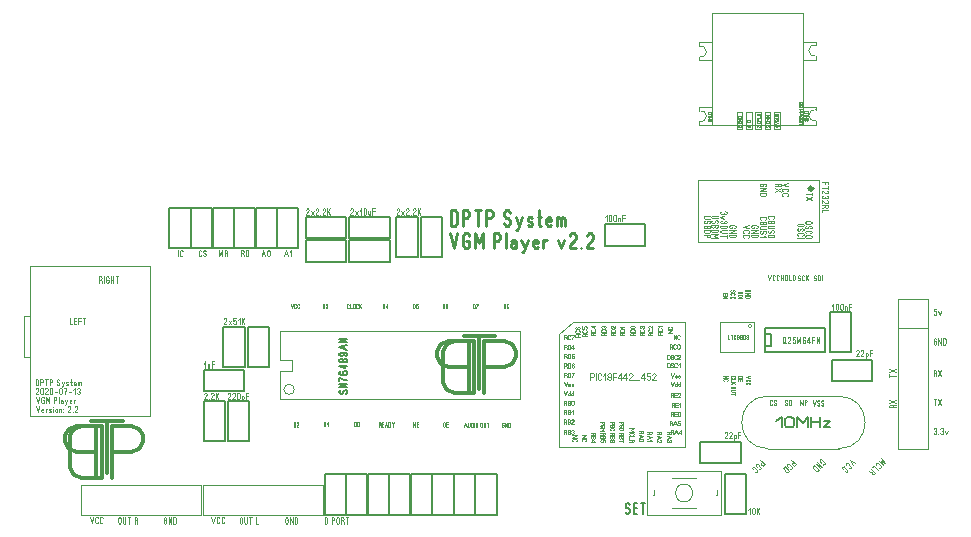
<source format=gbr>
%FSLAX34Y34*%
%MOMM*%
%LNCOPPER_BOTTOM*%
G71*
G01*
%ADD10C, 0.10*%
%ADD11C, 0.10*%
%ADD12C, 0.04*%
%ADD13C, 0.07*%
%ADD14C, 0.06*%
%ADD15C, 0.16*%
%ADD16C, 0.08*%
%ADD17C, 0.15*%
%ADD18C, 0.13*%
%ADD19C, 0.31*%
%ADD20C, 0.30*%
%ADD21C, 0.00*%
%ADD22C, 0.03*%
%ADD23C, 0.24*%
%LPD*%
G54D10*
X730816Y622689D02*
X734588Y618918D01*
X731288Y620332D01*
X732702Y617032D01*
X728931Y620804D01*
G54D10*
X726809Y617268D02*
X726526Y617928D01*
X726667Y618540D01*
X727045Y618918D01*
X727657Y619059D01*
X728317Y618776D01*
X730674Y616419D01*
X730957Y615759D01*
X730816Y615146D01*
X730439Y614769D01*
X729826Y614628D01*
X729166Y614911D01*
G54D10*
X728553Y612884D02*
X724782Y616655D01*
X723462Y615335D01*
G54D10*
X723273Y611375D02*
X722236Y611280D01*
X721576Y611563D01*
X720633Y612506D01*
G54D10*
X722142Y614014D02*
X725913Y610243D01*
X724970Y609300D01*
X724357Y609159D01*
X723697Y609442D01*
X723226Y609913D01*
X722943Y610573D01*
X723084Y611186D01*
X724027Y612129D01*
G54D10*
X709050Y618637D02*
X704336Y621466D01*
X707164Y616752D01*
G54D10*
X701271Y616987D02*
X700988Y617647D01*
X701130Y618260D01*
X701507Y618637D01*
X702120Y618778D01*
X702780Y618496D01*
X705137Y616139D01*
X705420Y615479D01*
X705278Y614866D01*
X704901Y614489D01*
X704288Y614347D01*
X703628Y614630D01*
G54D10*
X698443Y614159D02*
X698160Y614819D01*
X698301Y615431D01*
X698679Y615808D01*
X699291Y615950D01*
X699951Y615667D01*
X702308Y613310D01*
X702591Y612650D01*
X702450Y612037D01*
X702073Y611660D01*
X701460Y611519D01*
X700800Y611802D01*
G54D10*
X681153Y619769D02*
X680399Y619015D01*
X679220Y620193D01*
X678938Y620853D01*
X679079Y621466D01*
X679456Y621843D01*
X680069Y621984D01*
X680729Y621702D01*
X683086Y619344D01*
X683369Y618685D01*
X683227Y618072D01*
X682850Y617695D01*
X682237Y617553D01*
X681577Y617836D01*
G54D10*
X677193Y619580D02*
X680964Y615809D01*
X675685Y618072D01*
X679456Y614300D01*
G54D10*
X674365Y616752D02*
X678136Y612981D01*
X677193Y612038D01*
X676580Y611896D01*
X675921Y612179D01*
X673564Y614536D01*
X673281Y615196D01*
X673422Y615809D01*
X674365Y616752D01*
G54D10*
X655045Y621567D02*
X658817Y617796D01*
X657874Y616853D01*
X657261Y616711D01*
X656601Y616994D01*
X656130Y617466D01*
X655847Y618126D01*
X655988Y618738D01*
X656931Y619681D01*
G54D10*
X653348Y616099D02*
X652594Y615344D01*
X651416Y616523D01*
X651133Y617183D01*
X651274Y617796D01*
X651651Y618173D01*
X652264Y618314D01*
X652924Y618031D01*
X655281Y615674D01*
X655564Y615014D01*
X655422Y614401D01*
X655045Y614024D01*
X654432Y613883D01*
X653773Y614166D01*
G54D10*
X649389Y615910D02*
X653160Y612139D01*
X652217Y611196D01*
X651604Y611054D01*
X650944Y611337D01*
X648587Y613694D01*
X648304Y614354D01*
X648446Y614967D01*
X649389Y615910D01*
G54D10*
X628666Y621567D02*
X632437Y617796D01*
X631494Y616853D01*
X630882Y616711D01*
X630221Y616994D01*
X629750Y617466D01*
X629467Y618126D01*
X629609Y618738D01*
X630552Y619681D01*
G54D10*
X626969Y616099D02*
X626215Y615344D01*
X625036Y616523D01*
X624753Y617183D01*
X624895Y617796D01*
X625272Y618173D01*
X625885Y618314D01*
X626545Y618031D01*
X628902Y615674D01*
X629184Y615014D01*
X629043Y614401D01*
X628666Y614024D01*
X628053Y613883D01*
X627393Y614166D01*
G54D10*
X622208Y613694D02*
X621925Y614354D01*
X622066Y614967D01*
X622443Y615344D01*
X623056Y615486D01*
X623716Y615203D01*
X626073Y612846D01*
X626356Y612186D01*
X626215Y611573D01*
X625837Y611196D01*
X625225Y611054D01*
X624565Y611337D01*
G54D11*
X470187Y738487D02*
X458280Y728169D01*
X458280Y632125D01*
X564643Y632125D01*
X564643Y738488D01*
X470187Y738487D01*
G54D12*
X463663Y725270D02*
X464463Y724825D01*
X464730Y724381D01*
X464730Y723492D01*
G54D12*
X462596Y723492D02*
X462596Y727048D01*
X463929Y727047D01*
X464463Y726825D01*
X464730Y726381D01*
X464730Y725936D01*
X464463Y725492D01*
X463930Y725270D01*
X462596Y725270D01*
G54D12*
X467830Y724158D02*
X467563Y723714D01*
X467030Y723492D01*
X466496Y723492D01*
X465963Y723714D01*
X465696Y724159D01*
X465696Y726381D01*
X465963Y726825D01*
X466496Y727048D01*
X467030Y727047D01*
X467563Y726825D01*
X467830Y726381D01*
G54D12*
X468796Y727047D02*
X470930Y727048D01*
X470663Y726603D01*
X470130Y725936D01*
X469596Y725048D01*
X469330Y724381D01*
X469330Y723492D01*
G54D12*
X463700Y717114D02*
X464500Y716669D01*
X464767Y716224D01*
X464767Y715336D01*
G54D12*
X462634Y715336D02*
X462634Y718891D01*
X463967Y718891D01*
X464500Y718669D01*
X464767Y718225D01*
X464767Y717780D01*
X464500Y717336D01*
X463967Y717114D01*
X462634Y717114D01*
G54D12*
X465734Y715336D02*
X465734Y718891D01*
X467067Y718891D01*
X467600Y718669D01*
X467867Y718225D01*
X467867Y716002D01*
X467600Y715558D01*
X467067Y715336D01*
X465734Y715336D01*
G54D12*
X470434Y715336D02*
X470434Y718891D01*
X468834Y716669D01*
X468834Y716225D01*
X470967Y716224D01*
G54D12*
X463904Y709296D02*
X464704Y708852D01*
X464970Y708408D01*
X464970Y707519D01*
G54D12*
X462837Y707519D02*
X462837Y711074D01*
X464170Y711074D01*
X464704Y710852D01*
X464970Y710408D01*
X464970Y709963D01*
X464704Y709519D01*
X464170Y709297D01*
X462837Y709297D01*
G54D12*
X465937Y707519D02*
X465937Y711074D01*
X467270Y711074D01*
X467804Y710852D01*
X468070Y710408D01*
X468070Y708186D01*
X467804Y707741D01*
X467270Y707519D01*
X465937Y707519D01*
G54D12*
X471170Y711074D02*
X469037Y711074D01*
X469037Y709519D01*
X469304Y709519D01*
X469837Y709741D01*
X470370Y709741D01*
X470904Y709519D01*
X471170Y709074D01*
X471170Y708186D01*
X470904Y707741D01*
X470370Y707519D01*
X469837Y707519D01*
X469304Y707741D01*
X469037Y708185D01*
G54D12*
X463904Y701359D02*
X464704Y700915D01*
X464970Y700470D01*
X464970Y699581D01*
G54D12*
X462837Y699581D02*
X462837Y703137D01*
X464170Y703137D01*
X464704Y702915D01*
X464970Y702470D01*
X464970Y702026D01*
X464704Y701581D01*
X464170Y701359D01*
X462837Y701359D01*
G54D12*
X465937Y699581D02*
X465937Y703137D01*
X467270Y703137D01*
X467804Y702915D01*
X468070Y702470D01*
X468070Y700248D01*
X467804Y699804D01*
X467270Y699581D01*
X465937Y699581D01*
G54D12*
X471170Y702470D02*
X470904Y702915D01*
X470370Y703137D01*
X469837Y703137D01*
X469304Y702914D01*
X469037Y702470D01*
X469037Y701359D01*
X469037Y701137D01*
X469837Y701581D01*
X470370Y701581D01*
X470904Y701359D01*
X471170Y700915D01*
X471170Y700248D01*
X470904Y699804D01*
X470370Y699581D01*
X469837Y699581D01*
X469304Y699804D01*
X469037Y700248D01*
X469037Y701359D01*
G54D12*
X463904Y693422D02*
X464704Y692977D01*
X464970Y692533D01*
X464970Y691644D01*
G54D12*
X462837Y691644D02*
X462837Y695199D01*
X464170Y695199D01*
X464704Y694977D01*
X464970Y694533D01*
X464970Y694088D01*
X464704Y693644D01*
X464170Y693422D01*
X462837Y693422D01*
G54D12*
X465937Y691644D02*
X465937Y695199D01*
X467270Y695199D01*
X467804Y694977D01*
X468070Y694533D01*
X468070Y692311D01*
X467804Y691866D01*
X467270Y691644D01*
X465937Y691644D01*
G54D12*
X469037Y695199D02*
X471170Y695199D01*
X470904Y694755D01*
X470370Y694088D01*
X469837Y693199D01*
X469570Y692533D01*
X469570Y691644D01*
G54D12*
X462681Y687506D02*
X464014Y683950D01*
X465347Y687506D01*
G54D12*
X466381Y684172D02*
X466914Y683950D01*
X467447Y683950D01*
X467981Y684172D01*
X467981Y684617D01*
X467714Y684839D01*
X466647Y685061D01*
X466381Y685283D01*
X466380Y685728D01*
X466914Y685950D01*
X467447Y685950D01*
X467980Y685728D01*
G54D12*
X468981Y684172D02*
X469514Y683950D01*
X470047Y683950D01*
X470581Y684172D01*
X470581Y684617D01*
X470314Y684839D01*
X469247Y685061D01*
X468981Y685283D01*
X468981Y685728D01*
X469514Y685950D01*
X470047Y685950D01*
X470581Y685728D01*
G54D12*
X462481Y679568D02*
X463814Y676012D01*
X465147Y679568D01*
G54D12*
X467781Y676012D02*
X467780Y679568D01*
G54D12*
X467781Y677435D02*
X467514Y677879D01*
X466980Y678013D01*
X466447Y677879D01*
X466181Y677435D01*
X466181Y676546D01*
X466447Y676102D01*
X466981Y676012D01*
X467514Y676102D01*
X467781Y676546D01*
G54D12*
X470381Y676012D02*
X470381Y679568D01*
G54D12*
X470381Y677435D02*
X470114Y677879D01*
X469581Y678012D01*
X469047Y677879D01*
X468781Y677435D01*
X468781Y676546D01*
X469047Y676102D01*
X469581Y676012D01*
X470114Y676101D01*
X470381Y676546D01*
G54D12*
X463548Y669853D02*
X464347Y669408D01*
X464614Y668964D01*
X464614Y668075D01*
G54D12*
X462480Y668075D02*
X462481Y671631D01*
X463814Y671631D01*
X464347Y671408D01*
X464614Y670964D01*
X464614Y670519D01*
X464347Y670075D01*
X463814Y669853D01*
X462481Y669853D01*
G54D12*
X465580Y668075D02*
X465581Y671631D01*
X466914Y671631D01*
X467447Y671408D01*
X467714Y670964D01*
X467714Y670520D01*
X467447Y670075D01*
X466914Y669853D01*
X467447Y669631D01*
X467714Y669186D01*
X467714Y668742D01*
X467447Y668297D01*
X466914Y668075D01*
X465580Y668075D01*
G54D12*
X465580Y669853D02*
X466914Y669853D01*
G54D12*
X470814Y670964D02*
X470814Y668742D01*
X470547Y668297D01*
X470014Y668075D01*
X469480Y668075D01*
X468947Y668297D01*
X468680Y668742D01*
X468681Y670964D01*
X468947Y671408D01*
X469481Y671631D01*
X470014Y671630D01*
X470547Y671408D01*
X470814Y670964D01*
G54D12*
X463547Y661915D02*
X464347Y661471D01*
X464614Y661026D01*
X464614Y660138D01*
G54D12*
X462481Y660138D02*
X462481Y663693D01*
X463814Y663693D01*
X464347Y663471D01*
X464614Y663026D01*
X464614Y662582D01*
X464347Y662138D01*
X463814Y661915D01*
X462480Y661915D01*
G54D12*
X465580Y660138D02*
X465580Y663693D01*
X466914Y663693D01*
X467447Y663471D01*
X467714Y663026D01*
X467714Y662582D01*
X467447Y662138D01*
X466914Y661915D01*
X467447Y661693D01*
X467714Y661249D01*
X467714Y660804D01*
X467447Y660360D01*
X466914Y660138D01*
X465580Y660138D01*
G54D12*
X465580Y661915D02*
X466914Y661915D01*
G54D12*
X468681Y662360D02*
X470014Y663693D01*
X470014Y660138D01*
G54D12*
X463547Y653978D02*
X464347Y653533D01*
X464614Y653089D01*
X464614Y652200D01*
G54D12*
X462481Y652200D02*
X462480Y655756D01*
X463814Y655756D01*
X464347Y655533D01*
X464614Y655089D01*
X464614Y654644D01*
X464347Y654200D01*
X463814Y653978D01*
X462480Y653978D01*
G54D12*
X465580Y652200D02*
X465580Y655756D01*
X466914Y655756D01*
X467447Y655533D01*
X467714Y655089D01*
X467714Y654644D01*
X467447Y654200D01*
X466914Y653978D01*
X467447Y653756D01*
X467714Y653311D01*
X467714Y652867D01*
X467447Y652422D01*
X466914Y652200D01*
X465580Y652200D01*
G54D12*
X465580Y653978D02*
X466914Y653978D01*
G54D12*
X470814Y652200D02*
X468681Y652200D01*
X468681Y652422D01*
X468947Y652867D01*
X470547Y654200D01*
X470814Y654644D01*
X470814Y655089D01*
X470547Y655533D01*
X470014Y655756D01*
X469480Y655756D01*
X468947Y655533D01*
X468681Y655089D01*
G54D12*
X463547Y645246D02*
X464347Y644802D01*
X464614Y644358D01*
X464614Y643469D01*
G54D12*
X462481Y643469D02*
X462481Y647024D01*
X463814Y647024D01*
X464347Y646802D01*
X464614Y646358D01*
X464614Y645913D01*
X464347Y645469D01*
X463814Y645246D01*
X462481Y645246D01*
G54D12*
X465580Y643469D02*
X465580Y647024D01*
X466914Y647024D01*
X467447Y646802D01*
X467714Y646358D01*
X467714Y645913D01*
X467447Y645469D01*
X466914Y645247D01*
X467447Y645024D01*
X467714Y644580D01*
X467714Y644136D01*
X467447Y643691D01*
X466914Y643469D01*
X465580Y643469D01*
G54D12*
X465580Y645246D02*
X466914Y645247D01*
G54D12*
X468681Y646358D02*
X468947Y646802D01*
X469481Y647024D01*
X470014Y647024D01*
X470547Y646802D01*
X470814Y646358D01*
X470814Y645913D01*
X470547Y645469D01*
X470014Y645246D01*
X470547Y645024D01*
X470814Y644580D01*
X470814Y644136D01*
X470547Y643691D01*
X470014Y643469D01*
X469480Y643469D01*
X468947Y643691D01*
X468681Y644136D01*
G54D12*
X469624Y642319D02*
X473180Y642319D01*
X469624Y640186D01*
X473180Y640186D01*
G54D12*
X470291Y637086D02*
X469846Y637352D01*
X469624Y637886D01*
X469624Y638419D01*
X469846Y638952D01*
X470291Y639219D01*
X472513Y639219D01*
X472958Y638952D01*
X473180Y638419D01*
X473180Y637886D01*
X472958Y637352D01*
X472513Y637085D01*
G54D12*
X477562Y642319D02*
X481117Y642319D01*
X477562Y640186D01*
X481117Y640186D01*
G54D12*
X478228Y637085D02*
X477784Y637352D01*
X477562Y637886D01*
X477562Y638419D01*
X477784Y638952D01*
X478228Y639219D01*
X480451Y639219D01*
X480895Y638952D01*
X481117Y638419D01*
X481117Y637886D01*
X480895Y637352D01*
X480451Y637086D01*
G54D12*
X487277Y643558D02*
X486833Y642758D01*
X486388Y642492D01*
X485499Y642492D01*
G54D12*
X485499Y644625D02*
X489055Y644625D01*
X489055Y643292D01*
X488833Y642758D01*
X488388Y642492D01*
X487944Y642492D01*
X487499Y642758D01*
X487277Y643292D01*
X487277Y644625D01*
G54D12*
X485499Y641525D02*
X489055Y641525D01*
X489055Y640192D01*
X488833Y639658D01*
X488388Y639392D01*
X487944Y639392D01*
X487499Y639658D01*
X487277Y640192D01*
X487055Y639658D01*
X486610Y639392D01*
X486166Y639392D01*
X485722Y639658D01*
X485499Y640192D01*
X485499Y641525D01*
G54D12*
X487277Y641525D02*
X487277Y640192D01*
G54D12*
X485499Y636825D02*
X489055Y636825D01*
X486833Y638425D01*
X486388Y638425D01*
X486388Y636292D01*
G54D12*
X495215Y643558D02*
X494770Y642758D01*
X494326Y642492D01*
X493437Y642492D01*
G54D12*
X493437Y644625D02*
X496992Y644625D01*
X496992Y643292D01*
X496770Y642758D01*
X496326Y642492D01*
X495881Y642492D01*
X495437Y642758D01*
X495214Y643292D01*
X495214Y644625D01*
G54D12*
X493437Y641525D02*
X496992Y641525D01*
X496992Y640192D01*
X496770Y639658D01*
X496326Y639392D01*
X495881Y639392D01*
X495437Y639658D01*
X495215Y640192D01*
X494992Y639658D01*
X494548Y639392D01*
X494104Y639392D01*
X493659Y639658D01*
X493437Y640192D01*
X493437Y641525D01*
G54D12*
X495215Y641525D02*
X495215Y640192D01*
G54D12*
X496992Y636292D02*
X496992Y638425D01*
X495437Y638425D01*
X495437Y638158D01*
X495659Y637625D01*
X495659Y637092D01*
X495437Y636558D01*
X494992Y636292D01*
X494104Y636292D01*
X493659Y636558D01*
X493437Y637092D01*
X493437Y637625D01*
X493659Y638158D01*
X494104Y638425D01*
G54D12*
X503152Y643558D02*
X502708Y642758D01*
X502263Y642492D01*
X501374Y642492D01*
G54D12*
X501374Y644625D02*
X504930Y644625D01*
X504930Y643292D01*
X504708Y642758D01*
X504263Y642492D01*
X503819Y642492D01*
X503374Y642758D01*
X503152Y643292D01*
X503152Y644625D01*
G54D12*
X501374Y641525D02*
X504930Y641525D01*
X504930Y640192D01*
X504708Y639658D01*
X504263Y639392D01*
X503819Y639392D01*
X503374Y639658D01*
X503152Y640192D01*
X502930Y639658D01*
X502486Y639392D01*
X502041Y639392D01*
X501597Y639658D01*
X501374Y640192D01*
X501374Y641525D01*
G54D12*
X503152Y641525D02*
X503152Y640192D01*
G54D12*
X504263Y636292D02*
X504708Y636558D01*
X504930Y637092D01*
X504930Y637625D01*
X504708Y638158D01*
X504263Y638425D01*
X503152Y638425D01*
X502930Y638425D01*
X503374Y637625D01*
X503374Y637092D01*
X503152Y636558D01*
X502708Y636292D01*
X502041Y636292D01*
X501596Y636558D01*
X501374Y637092D01*
X501374Y637625D01*
X501596Y638158D01*
X502041Y638425D01*
X503152Y638425D01*
G54D12*
X511090Y643558D02*
X510645Y642758D01*
X510201Y642492D01*
X509312Y642492D01*
G54D12*
X509312Y644625D02*
X512868Y644625D01*
X512867Y643292D01*
X512645Y642758D01*
X512201Y642492D01*
X511756Y642492D01*
X511312Y642758D01*
X511090Y643292D01*
X511090Y644625D01*
G54D12*
X509312Y641525D02*
X512867Y641525D01*
X512867Y640192D01*
X512645Y639658D01*
X512201Y639392D01*
X511756Y639392D01*
X511312Y639658D01*
X511090Y640192D01*
X510867Y639658D01*
X510423Y639392D01*
X509979Y639392D01*
X509534Y639658D01*
X509312Y640192D01*
X509312Y641525D01*
G54D12*
X511090Y641525D02*
X511090Y640192D01*
G54D12*
X512868Y638425D02*
X512867Y636292D01*
X512423Y636558D01*
X511756Y637092D01*
X510867Y637625D01*
X510201Y637892D01*
X509312Y637892D01*
G54D12*
X518043Y648125D02*
X521599Y648125D01*
X519376Y646792D01*
X521599Y645458D01*
X518043Y645458D01*
G54D12*
X518710Y642292D02*
X518265Y642558D01*
X518043Y643092D01*
X518043Y643625D01*
X518265Y644158D01*
X518710Y644425D01*
X520932Y644425D01*
X521376Y644158D01*
X521599Y643625D01*
X521599Y643092D01*
X521376Y642558D01*
X520932Y642292D01*
G54D12*
X521599Y641325D02*
X518043Y641325D01*
X518043Y639458D01*
G54D12*
X519821Y637358D02*
X519376Y636558D01*
X518932Y636292D01*
X518043Y636292D01*
G54D12*
X518043Y638425D02*
X521599Y638425D01*
X521599Y637092D01*
X521376Y636558D01*
X520932Y636292D01*
X520488Y636292D01*
X520043Y636558D01*
X519821Y637092D01*
X519821Y638425D01*
G54D12*
X527758Y644952D02*
X527314Y644152D01*
X526869Y643886D01*
X525981Y643886D01*
G54D12*
X525981Y646019D02*
X529536Y646019D01*
X529536Y644686D01*
X529314Y644152D01*
X528870Y643886D01*
X528425Y643886D01*
X527980Y644152D01*
X527758Y644686D01*
X527758Y646019D01*
G54D12*
X525981Y642919D02*
X529536Y641586D01*
X525981Y640252D01*
G54D12*
X527314Y642385D02*
X527314Y640786D01*
G54D12*
X528870Y637086D02*
X526647Y637086D01*
X526203Y637352D01*
X525981Y637886D01*
X525981Y638419D01*
X526203Y638952D01*
X526647Y639219D01*
X528870Y639219D01*
X529314Y638952D01*
X529536Y638419D01*
X529536Y637886D01*
X529314Y637352D01*
X528870Y637086D01*
G54D12*
X534902Y644152D02*
X534458Y643352D01*
X534013Y643086D01*
X533124Y643086D01*
G54D12*
X533124Y645219D02*
X536680Y645219D01*
X536680Y643886D01*
X536458Y643352D01*
X536013Y643086D01*
X535569Y643086D01*
X535124Y643352D01*
X534902Y643886D01*
X534902Y645219D01*
G54D12*
X533124Y642119D02*
X536680Y640786D01*
X533124Y639452D01*
G54D12*
X534458Y641586D02*
X534458Y639986D01*
G54D12*
X535347Y638419D02*
X536680Y637086D01*
X533124Y637086D01*
G54D12*
X542840Y644158D02*
X542395Y643358D01*
X541951Y643092D01*
X541062Y643092D01*
G54D12*
X541062Y645225D02*
X544618Y645225D01*
X544617Y643892D01*
X544395Y643358D01*
X543951Y643092D01*
X543506Y643092D01*
X543062Y643358D01*
X542840Y643892D01*
X542840Y645225D01*
G54D12*
X541062Y642125D02*
X544617Y640792D01*
X541062Y639458D01*
G54D12*
X542395Y641592D02*
X542395Y639992D01*
G54D12*
X541062Y636292D02*
X541062Y638425D01*
X541284Y638425D01*
X541729Y638158D01*
X543062Y636558D01*
X543506Y636292D01*
X543951Y636292D01*
X544395Y636558D01*
X544617Y637092D01*
X544617Y637625D01*
X544395Y638158D01*
X543951Y638425D01*
G54D12*
X551571Y644158D02*
X551126Y643358D01*
X550682Y643092D01*
X549793Y643092D01*
G54D12*
X549793Y645225D02*
X553349Y645225D01*
X553349Y643892D01*
X553126Y643358D01*
X552682Y643092D01*
X552238Y643092D01*
X551793Y643358D01*
X551571Y643892D01*
X551571Y645225D01*
G54D12*
X549793Y642125D02*
X553349Y640792D01*
X549793Y639458D01*
G54D12*
X551126Y641592D02*
X551126Y639992D01*
G54D12*
X552682Y638425D02*
X553126Y638158D01*
X553349Y637625D01*
X553349Y637092D01*
X553126Y636558D01*
X552682Y636292D01*
X552237Y636292D01*
X551793Y636558D01*
X551571Y637092D01*
X551349Y636558D01*
X550904Y636292D01*
X550460Y636292D01*
X550015Y636558D01*
X549793Y637092D01*
X549793Y637625D01*
X550015Y638158D01*
X550460Y638425D01*
G54D12*
X554035Y645247D02*
X554835Y644802D01*
X555101Y644358D01*
X555101Y643469D01*
G54D12*
X552968Y643469D02*
X552968Y647024D01*
X554301Y647024D01*
X554835Y646802D01*
X555101Y646358D01*
X555101Y645913D01*
X554835Y645469D01*
X554301Y645246D01*
X552968Y645246D01*
G54D12*
X556068Y643469D02*
X557401Y647024D01*
X558735Y643469D01*
G54D12*
X556601Y644802D02*
X558201Y644802D01*
G54D12*
X561368Y643469D02*
X561368Y647024D01*
X559768Y644802D01*
X559768Y644358D01*
X561901Y644358D01*
G54D12*
X553241Y652390D02*
X554041Y651946D01*
X554308Y651501D01*
X554308Y650612D01*
G54D12*
X552174Y650613D02*
X552174Y654168D01*
X553508Y654168D01*
X554041Y653946D01*
X554308Y653501D01*
X554308Y653057D01*
X554041Y652612D01*
X553508Y652390D01*
X552174Y652390D01*
G54D12*
X555274Y650612D02*
X556608Y654168D01*
X557941Y650612D01*
G54D12*
X555808Y651946D02*
X557408Y651946D01*
G54D12*
X561108Y654168D02*
X558974Y654168D01*
X558974Y652612D01*
X559241Y652612D01*
X559774Y652835D01*
X560308Y652835D01*
X560841Y652612D01*
X561107Y652168D01*
X561108Y651279D01*
X560841Y650835D01*
X560308Y650612D01*
X559774Y650612D01*
X559241Y650835D01*
X558974Y651279D01*
G54D12*
X554035Y660328D02*
X554835Y659883D01*
X555101Y659439D01*
X555101Y658550D01*
G54D12*
X552968Y658550D02*
X552968Y662106D01*
X554301Y662106D01*
X554835Y661883D01*
X555101Y661439D01*
X555101Y660994D01*
X554835Y660550D01*
X554301Y660328D01*
X552968Y660328D01*
G54D12*
X557935Y658550D02*
X556068Y658550D01*
X556068Y662106D01*
X557935Y662106D01*
G54D12*
X556068Y660328D02*
X557935Y660328D01*
G54D12*
X561101Y661439D02*
X561101Y659217D01*
X560835Y658772D01*
X560301Y658550D01*
X559768Y658550D01*
X559235Y658772D01*
X558968Y659217D01*
X558968Y661439D01*
X559235Y661883D01*
X559768Y662106D01*
X560301Y662106D01*
X560835Y661883D01*
X561101Y661439D01*
G54D12*
X554828Y668265D02*
X555628Y667821D01*
X555895Y667376D01*
X555895Y666488D01*
G54D12*
X553762Y666488D02*
X553762Y670043D01*
X555095Y670043D01*
X555628Y669821D01*
X555895Y669376D01*
X555895Y668932D01*
X555629Y668488D01*
X555095Y668265D01*
X553762Y668265D01*
G54D12*
X558728Y666488D02*
X556862Y666488D01*
X556862Y670043D01*
X558728Y670043D01*
G54D12*
X556862Y668265D02*
X558728Y668265D01*
G54D12*
X559762Y668710D02*
X561095Y670043D01*
X561095Y666488D01*
G54D12*
X554035Y676203D02*
X554835Y675758D01*
X555101Y675314D01*
X555101Y674425D01*
G54D12*
X552968Y674425D02*
X552968Y677981D01*
X554301Y677981D01*
X554835Y677758D01*
X555101Y677314D01*
X555101Y676870D01*
X554835Y676425D01*
X554301Y676203D01*
X552968Y676203D01*
G54D12*
X557935Y674425D02*
X556068Y674425D01*
X556068Y677981D01*
X557935Y677981D01*
G54D12*
X556068Y676203D02*
X557935Y676203D01*
G54D12*
X561101Y674425D02*
X558968Y674425D01*
X558968Y674647D01*
X559235Y675092D01*
X560835Y676425D01*
X561101Y676870D01*
X561101Y677314D01*
X560835Y677758D01*
X560301Y677981D01*
X559768Y677980D01*
X559235Y677758D01*
X558968Y677314D01*
G54D12*
X552968Y687506D02*
X554301Y683950D01*
X555635Y687506D01*
G54D12*
X558268Y683950D02*
X558268Y687506D01*
G54D12*
X558268Y685372D02*
X558001Y685817D01*
X557468Y685950D01*
X556935Y685817D01*
X556668Y685372D01*
X556668Y684483D01*
X556935Y684039D01*
X557468Y683950D01*
X558001Y684039D01*
X558268Y684483D01*
G54D12*
X560868Y683950D02*
X560868Y687506D01*
G54D12*
X560868Y685372D02*
X560601Y685817D01*
X560068Y685950D01*
X559535Y685817D01*
X559268Y685372D01*
X559268Y684483D01*
X559535Y684039D01*
X560068Y683950D01*
X560601Y684039D01*
X560868Y684483D01*
G54D12*
X552968Y694649D02*
X554301Y691094D01*
X555635Y694649D01*
G54D12*
X556668Y691316D02*
X557201Y691094D01*
X557735Y691094D01*
X558268Y691316D01*
X558268Y691760D01*
X558001Y691983D01*
X556935Y692205D01*
X556668Y692427D01*
X556668Y692872D01*
X557201Y693094D01*
X557735Y693094D01*
X558268Y692872D01*
G54D12*
X559268Y691316D02*
X559801Y691094D01*
X560335Y691094D01*
X560868Y691316D01*
X560868Y691760D01*
X560601Y691983D01*
X559535Y692205D01*
X559268Y692427D01*
X559268Y692872D01*
X559801Y693094D01*
X560335Y693094D01*
X560868Y692872D01*
G54D12*
X551926Y702714D02*
X551926Y700492D01*
X551660Y700047D01*
X551126Y699825D01*
X550593Y699825D01*
X550060Y700047D01*
X549793Y700492D01*
X549793Y702714D01*
X550060Y703158D01*
X550593Y703381D01*
X551126Y703381D01*
X551660Y703158D01*
X551926Y702714D01*
G54D12*
X552893Y700492D02*
X553160Y700047D01*
X553693Y699825D01*
X554226Y699825D01*
X554760Y700047D01*
X555026Y700492D01*
X555026Y700936D01*
X554760Y701381D01*
X554226Y701603D01*
X553693Y701603D01*
X553160Y701825D01*
X552893Y702269D01*
X552893Y702714D01*
X553160Y703158D01*
X553693Y703381D01*
X554226Y703381D01*
X554760Y703158D01*
X555026Y702714D01*
G54D12*
X558126Y700492D02*
X557860Y700047D01*
X557326Y699825D01*
X556793Y699825D01*
X556260Y700047D01*
X555993Y700492D01*
X555993Y702714D01*
X556260Y703158D01*
X556793Y703381D01*
X557326Y703381D01*
X557860Y703158D01*
X558126Y702714D01*
G54D12*
X559093Y702047D02*
X560426Y703381D01*
X560426Y699825D01*
G54D12*
X551926Y709858D02*
X551926Y707636D01*
X551660Y707191D01*
X551126Y706969D01*
X550593Y706969D01*
X550060Y707191D01*
X549793Y707636D01*
X549793Y709858D01*
X550060Y710302D01*
X550593Y710524D01*
X551126Y710524D01*
X551660Y710302D01*
X551926Y709858D01*
G54D12*
X552893Y707636D02*
X553160Y707191D01*
X553693Y706969D01*
X554226Y706969D01*
X554760Y707191D01*
X555026Y707636D01*
X555026Y708080D01*
X554760Y708524D01*
X554226Y708747D01*
X553693Y708747D01*
X553160Y708969D01*
X552893Y709413D01*
X552893Y709858D01*
X553160Y710302D01*
X553693Y710524D01*
X554226Y710524D01*
X554760Y710302D01*
X555026Y709858D01*
G54D12*
X558126Y707636D02*
X557860Y707191D01*
X557326Y706969D01*
X556793Y706969D01*
X556260Y707191D01*
X555993Y707636D01*
X555993Y709858D01*
X556260Y710302D01*
X556793Y710524D01*
X557326Y710524D01*
X557860Y710302D01*
X558126Y709858D01*
G54D12*
X561226Y706969D02*
X559093Y706969D01*
X559093Y707191D01*
X559360Y707636D01*
X560960Y708969D01*
X561226Y709413D01*
X561226Y709858D01*
X560960Y710302D01*
X560426Y710524D01*
X559893Y710524D01*
X559360Y710302D01*
X559093Y709858D01*
G54D12*
X553241Y717478D02*
X554041Y717033D01*
X554308Y716589D01*
X554308Y715700D01*
G54D12*
X552174Y715700D02*
X552174Y719256D01*
X553508Y719256D01*
X554041Y719033D01*
X554308Y718589D01*
X554308Y718144D01*
X554041Y717700D01*
X553508Y717478D01*
X552174Y717478D01*
G54D12*
X557408Y716367D02*
X557141Y715922D01*
X556608Y715700D01*
X556074Y715700D01*
X555541Y715922D01*
X555274Y716367D01*
X555274Y718589D01*
X555541Y719033D01*
X556074Y719256D01*
X556608Y719256D01*
X557141Y719033D01*
X557408Y718589D01*
G54D12*
X560508Y718589D02*
X560508Y716367D01*
X560241Y715922D01*
X559708Y715700D01*
X559174Y715700D01*
X558641Y715922D01*
X558374Y716367D01*
X558374Y718589D01*
X558641Y719033D01*
X559174Y719256D01*
X559708Y719256D01*
X560241Y719033D01*
X560508Y718589D01*
G54D12*
X555349Y723638D02*
X555349Y727193D01*
X557483Y723638D01*
X557483Y727193D01*
G54D12*
X560583Y724304D02*
X560316Y723860D01*
X559783Y723638D01*
X559249Y723638D01*
X558716Y723860D01*
X558449Y724304D01*
X558449Y726526D01*
X558716Y726971D01*
X559249Y727193D01*
X559783Y727193D01*
X560316Y726971D01*
X560583Y726526D01*
G54D12*
X554187Y729194D02*
X550631Y729194D01*
X554187Y731327D01*
X550631Y731327D01*
G54D12*
X553520Y734427D02*
X553964Y734161D01*
X554187Y733627D01*
X554187Y733094D01*
X553964Y732561D01*
X553520Y732294D01*
X551298Y732294D01*
X550854Y732561D01*
X550631Y733094D01*
X550631Y733627D01*
X550854Y734161D01*
X551298Y734427D01*
G54D12*
X543678Y728673D02*
X544122Y729473D01*
X544567Y729740D01*
X545455Y729740D01*
G54D12*
X545456Y727606D02*
X541900Y727606D01*
X541900Y728940D01*
X542122Y729473D01*
X542567Y729740D01*
X543011Y729740D01*
X543456Y729473D01*
X543678Y728940D01*
X543678Y727606D01*
G54D12*
X544789Y732840D02*
X545233Y732573D01*
X545455Y732040D01*
X545455Y731506D01*
X545233Y730973D01*
X544789Y730706D01*
X542567Y730706D01*
X542122Y730973D01*
X541900Y731506D01*
X541900Y732040D01*
X542122Y732573D01*
X542567Y732840D01*
G54D12*
X543233Y733806D02*
X541900Y735140D01*
X545456Y735140D01*
G54D12*
X535740Y727879D02*
X536185Y728679D01*
X536629Y728946D01*
X537518Y728946D01*
G54D12*
X537518Y726812D02*
X533962Y726813D01*
X533963Y728146D01*
X534185Y728679D01*
X534629Y728946D01*
X535074Y728946D01*
X535518Y728679D01*
X535740Y728146D01*
X535740Y726812D01*
G54D12*
X536851Y732046D02*
X537296Y731779D01*
X537518Y731246D01*
X537518Y730713D01*
X537296Y730179D01*
X536851Y729913D01*
X534629Y729912D01*
X534185Y730179D01*
X533962Y730713D01*
X533963Y731246D01*
X534185Y731779D01*
X534629Y732046D01*
G54D12*
X537518Y735146D02*
X537518Y733013D01*
X537296Y733013D01*
X536851Y733279D01*
X535518Y734879D01*
X535074Y735146D01*
X534629Y735146D01*
X534185Y734879D01*
X533962Y734346D01*
X533963Y733813D01*
X534185Y733279D01*
X534629Y733013D01*
G54D12*
X528597Y727879D02*
X529041Y728679D01*
X529486Y728946D01*
X530374Y728946D01*
G54D12*
X530374Y726813D02*
X526819Y726813D01*
X526819Y728146D01*
X527041Y728679D01*
X527486Y728946D01*
X527930Y728946D01*
X528374Y728679D01*
X528597Y728146D01*
X528597Y726812D01*
G54D12*
X529708Y732046D02*
X530152Y731779D01*
X530374Y731246D01*
X530374Y730713D01*
X530152Y730179D01*
X529708Y729913D01*
X527486Y729913D01*
X527041Y730179D01*
X526819Y730713D01*
X526819Y731246D01*
X527041Y731779D01*
X527486Y732046D01*
G54D12*
X527486Y733013D02*
X527041Y733279D01*
X526819Y733813D01*
X526819Y734346D01*
X527041Y734879D01*
X527485Y735146D01*
X527930Y735146D01*
X528374Y734879D01*
X528597Y734346D01*
X528819Y734879D01*
X529263Y735146D01*
X529708Y735146D01*
X530152Y734879D01*
X530374Y734346D01*
X530374Y733813D01*
X530152Y733279D01*
X529708Y733013D01*
G54D12*
X511928Y727879D02*
X512372Y728679D01*
X512817Y728946D01*
X513706Y728946D01*
G54D12*
X513706Y726812D02*
X510150Y726813D01*
X510150Y728146D01*
X510372Y728679D01*
X510817Y728946D01*
X511261Y728946D01*
X511706Y728679D01*
X511928Y728146D01*
X511928Y726813D01*
G54D12*
X513706Y729913D02*
X510150Y729913D01*
X510150Y731246D01*
X510372Y731779D01*
X510817Y732046D01*
X513039Y732046D01*
X513483Y731779D01*
X513706Y731246D01*
X513706Y729913D01*
G54D12*
X511483Y733013D02*
X510150Y734346D01*
X513706Y734346D01*
G54D12*
X503990Y727879D02*
X504435Y728679D01*
X504879Y728946D01*
X505768Y728946D01*
G54D12*
X505768Y726813D02*
X502212Y726813D01*
X502212Y728146D01*
X502435Y728679D01*
X502879Y728946D01*
X503324Y728946D01*
X503768Y728679D01*
X503990Y728146D01*
X503990Y726813D01*
G54D12*
X505768Y729912D02*
X502212Y729913D01*
X502212Y731246D01*
X502435Y731779D01*
X502879Y732046D01*
X505101Y732046D01*
X505546Y731779D01*
X505768Y731246D01*
X505768Y729912D01*
G54D12*
X505768Y735146D02*
X505768Y733013D01*
X505546Y733013D01*
X505102Y733279D01*
X503768Y734879D01*
X503324Y735146D01*
X502879Y735146D01*
X502435Y734879D01*
X502212Y734346D01*
X502212Y733813D01*
X502435Y733279D01*
X502879Y733013D01*
G54D12*
X496053Y727879D02*
X496497Y728679D01*
X496942Y728946D01*
X497831Y728946D01*
G54D12*
X497831Y726813D02*
X494275Y726813D01*
X494275Y728146D01*
X494497Y728679D01*
X494942Y728946D01*
X495386Y728946D01*
X495831Y728679D01*
X496053Y728146D01*
X496053Y726813D01*
G54D12*
X497830Y729913D02*
X494275Y729913D01*
X494275Y731246D01*
X494497Y731779D01*
X494942Y732046D01*
X497164Y732046D01*
X497608Y731779D01*
X497831Y731246D01*
X497830Y729913D01*
G54D12*
X494942Y733013D02*
X494497Y733279D01*
X494275Y733813D01*
X494275Y734346D01*
X494497Y734879D01*
X494942Y735146D01*
X495386Y735146D01*
X495831Y734879D01*
X496053Y734346D01*
X496275Y734879D01*
X496720Y735146D01*
X497164Y735146D01*
X497608Y734879D01*
X497831Y734346D01*
X497831Y733813D01*
X497608Y733279D01*
X497164Y733012D01*
G54D12*
X487322Y727879D02*
X487766Y728679D01*
X488210Y728946D01*
X489099Y728946D01*
G54D12*
X489099Y726812D02*
X485544Y726813D01*
X485544Y728146D01*
X485766Y728679D01*
X486210Y728946D01*
X486655Y728946D01*
X487099Y728679D01*
X487322Y728146D01*
X487322Y726813D01*
G54D12*
X488433Y732046D02*
X488877Y731779D01*
X489099Y731246D01*
X489099Y730713D01*
X488877Y730179D01*
X488433Y729913D01*
X486210Y729913D01*
X485766Y730179D01*
X485544Y730713D01*
X485544Y731246D01*
X485766Y731779D01*
X486210Y732046D01*
G54D12*
X489099Y734613D02*
X485544Y734613D01*
X487766Y733013D01*
X488210Y733013D01*
X488210Y735146D01*
G54D12*
X480002Y727231D02*
X480446Y728031D01*
X480890Y728297D01*
X481779Y728297D01*
G54D12*
X481779Y726164D02*
X478224Y726164D01*
X478224Y727497D01*
X478446Y728031D01*
X478890Y728297D01*
X479335Y728297D01*
X479779Y728031D01*
X480002Y727497D01*
X480001Y726164D01*
G54D12*
X481112Y731397D02*
X481557Y731131D01*
X481779Y730597D01*
X481779Y730064D01*
X481557Y729531D01*
X481112Y729264D01*
X478890Y729264D01*
X478446Y729531D01*
X478224Y730064D01*
X478224Y730597D01*
X478446Y731131D01*
X478890Y731397D01*
G54D12*
X478224Y734497D02*
X478224Y732364D01*
X479779Y732364D01*
X479779Y732631D01*
X479557Y733164D01*
X479557Y733697D01*
X479779Y734231D01*
X480224Y734497D01*
X481112Y734497D01*
X481557Y734230D01*
X481779Y733697D01*
X481779Y733164D01*
X481557Y732630D01*
X481112Y732364D01*
G54D12*
X474028Y726950D02*
X474473Y727750D01*
X474917Y728017D01*
X475806Y728017D01*
G54D12*
X475806Y725883D02*
X472250Y725883D01*
X472250Y727217D01*
X472473Y727750D01*
X472917Y728016D01*
X473362Y728016D01*
X473806Y727750D01*
X474028Y727217D01*
X474028Y725883D01*
G54D12*
X475139Y731117D02*
X475584Y730850D01*
X475806Y730317D01*
X475806Y729783D01*
X475584Y729250D01*
X475140Y728983D01*
X472917Y728983D01*
X472473Y729250D01*
X472251Y729783D01*
X472250Y730317D01*
X472473Y730850D01*
X472917Y731117D01*
G54D12*
X472917Y734217D02*
X472473Y733950D01*
X472250Y733417D01*
X472250Y732883D01*
X472473Y732350D01*
X472917Y732083D01*
X474028Y732083D01*
X474250Y732083D01*
X473806Y732883D01*
X473806Y733417D01*
X474028Y733950D01*
X474473Y734217D01*
X475139Y734216D01*
X475584Y733950D01*
X475806Y733417D01*
X475806Y732883D01*
X475584Y732350D01*
X475139Y732083D01*
X474028Y732083D01*
G54D12*
X520659Y727879D02*
X521104Y728679D01*
X521548Y728946D01*
X522437Y728946D01*
G54D12*
X522437Y726813D02*
X518881Y726812D01*
X518881Y728146D01*
X519104Y728679D01*
X519548Y728946D01*
X519992Y728946D01*
X520437Y728679D01*
X520659Y728146D01*
X520659Y726813D01*
G54D12*
X522437Y729913D02*
X518881Y729913D01*
X518881Y731246D01*
X519104Y731779D01*
X519548Y732046D01*
X521770Y732046D01*
X522215Y731779D01*
X522437Y731246D01*
X522437Y729913D01*
G54D12*
X519548Y735146D02*
X521770Y735146D01*
X522215Y734879D01*
X522437Y734346D01*
X522437Y733813D01*
X522215Y733279D01*
X521770Y733013D01*
X519548Y733013D01*
X519104Y733279D01*
X518881Y733813D01*
X518881Y734346D01*
X519104Y734879D01*
X519548Y735146D01*
G54D13*
X484781Y689350D02*
X484781Y694683D01*
X486781Y694683D01*
X487580Y694350D01*
X487981Y693683D01*
X487981Y693017D01*
X487581Y692350D01*
X486781Y692017D01*
X484780Y692017D01*
G54D13*
X489480Y689350D02*
X489481Y694683D01*
G54D13*
X494181Y690350D02*
X493781Y689683D01*
X492981Y689350D01*
X492181Y689350D01*
X491381Y689683D01*
X490981Y690350D01*
X490981Y693683D01*
X491380Y694350D01*
X492181Y694683D01*
X492981Y694683D01*
X493781Y694350D01*
X494181Y693683D01*
G54D13*
X495681Y692683D02*
X497681Y694683D01*
X497680Y689350D01*
G54D13*
X501180Y692017D02*
X500380Y692017D01*
X499581Y692350D01*
X499180Y693017D01*
X499180Y693683D01*
X499581Y694350D01*
X500380Y694683D01*
X501181Y694683D01*
X501981Y694350D01*
X502381Y693683D01*
X502381Y693017D01*
X501980Y692350D01*
X501180Y692017D01*
X501981Y691683D01*
X502381Y691017D01*
X502381Y690350D01*
X501981Y689683D01*
X501181Y689350D01*
X500381Y689350D01*
X499580Y689683D01*
X499181Y690350D01*
X499180Y691017D01*
X499581Y691683D01*
X500380Y692017D01*
G54D13*
X503880Y689350D02*
X503880Y694683D01*
X506681Y694683D01*
G54D13*
X503880Y692017D02*
X506681Y692017D01*
G54D13*
X510581Y689350D02*
X510581Y694683D01*
X508181Y691350D01*
X508181Y690683D01*
X511380Y690683D01*
G54D13*
X515281Y689350D02*
X515281Y694683D01*
X512881Y691350D01*
X512880Y690683D01*
X516080Y690683D01*
G54D13*
X520781Y689350D02*
X517581Y689350D01*
X517581Y689683D01*
X517981Y690350D01*
X520380Y692350D01*
X520781Y693017D01*
X520781Y693683D01*
X520380Y694350D01*
X519581Y694683D01*
X518781Y694683D01*
X517981Y694350D01*
X517580Y693683D01*
G54D13*
X522281Y689350D02*
X526281Y689350D01*
G54D13*
X530181Y689350D02*
X530181Y694683D01*
X527781Y691350D01*
X527780Y690683D01*
X530981Y690683D01*
G54D13*
X535681Y694683D02*
X532481Y694683D01*
X532481Y692350D01*
X532881Y692350D01*
X533681Y692683D01*
X534481Y692683D01*
X535281Y692350D01*
X535681Y691683D01*
X535681Y690350D01*
X535281Y689683D01*
X534481Y689350D01*
X533681Y689350D01*
X532881Y689683D01*
X532480Y690350D01*
G54D13*
X540381Y689350D02*
X537181Y689350D01*
X537180Y689683D01*
X537581Y690350D01*
X539981Y692350D01*
X540381Y693017D01*
X540381Y693683D01*
X539981Y694350D01*
X539181Y694683D01*
X538381Y694683D01*
X537581Y694350D01*
X537181Y693683D01*
G54D14*
X501352Y653477D02*
X504908Y653477D01*
X504908Y652588D01*
X504686Y652233D01*
X504241Y652055D01*
X503797Y652055D01*
X503352Y652233D01*
X503130Y652588D01*
X503130Y653477D01*
G54D14*
X503130Y650100D02*
X503130Y649389D01*
X502019Y649389D01*
X501575Y649567D01*
X501352Y649922D01*
X501352Y650278D01*
X501575Y650633D01*
X502019Y650811D01*
X504241Y650811D01*
X504686Y650633D01*
X504908Y650278D01*
X504908Y649922D01*
X504686Y649567D01*
X504241Y649389D01*
G54D14*
X502019Y646723D02*
X501575Y646901D01*
X501352Y647256D01*
X501352Y647612D01*
X501575Y647967D01*
X502019Y648145D01*
X504241Y648145D01*
X504686Y647967D01*
X504908Y647612D01*
X504908Y647256D01*
X504686Y646901D01*
X504241Y646723D01*
G54D14*
X509365Y653452D02*
X512920Y653452D01*
X512920Y652564D01*
X512698Y652208D01*
X512254Y652030D01*
X511810Y652030D01*
X511365Y652208D01*
X511143Y652564D01*
X511143Y653452D01*
G54D14*
X511143Y650075D02*
X511143Y649364D01*
X510032Y649364D01*
X509587Y649542D01*
X509365Y649898D01*
X509365Y650253D01*
X509587Y650609D01*
X510032Y650786D01*
X512254Y650786D01*
X512698Y650609D01*
X512920Y650253D01*
X512920Y649898D01*
X512698Y649542D01*
X512254Y649364D01*
G54D14*
X509365Y648120D02*
X512920Y648120D01*
X512920Y647232D01*
X512698Y646876D01*
X512254Y646698D01*
X510032Y646698D01*
X509587Y646876D01*
X509365Y647232D01*
X509365Y648120D01*
G54D14*
X493282Y653407D02*
X496837Y653407D01*
X496837Y652518D01*
X496615Y652163D01*
X496171Y651985D01*
X495726Y651985D01*
X495282Y652163D01*
X495060Y652518D01*
X495060Y653407D01*
G54D14*
X495060Y650030D02*
X495060Y649319D01*
X493948Y649319D01*
X493504Y649497D01*
X493282Y649852D01*
X493282Y650208D01*
X493504Y650564D01*
X493948Y650741D01*
X496171Y650741D01*
X496615Y650564D01*
X496837Y650208D01*
X496837Y649852D01*
X496615Y649497D01*
X496171Y649319D01*
G54D14*
X493282Y648075D02*
X496837Y648075D01*
X494615Y647186D01*
X496837Y646298D01*
X493282Y646298D01*
G54D11*
X695553Y630618D02*
X635253Y630618D01*
G54D11*
X695453Y675483D02*
X635153Y675482D01*
G54D11*
G75*
G01X695353Y631082D02*
G03X695353Y675482I0J22200D01*
G01*
G54D11*
G75*
G01X635253Y675483D02*
G03X635253Y631083I0J-22200D01*
G01*
G54D15*
X642323Y654594D02*
X646767Y657928D01*
X646767Y649039D01*
G54D15*
X656989Y656261D02*
X656989Y650706D01*
X656100Y649594D01*
X654322Y649039D01*
X652545Y649039D01*
X650767Y649594D01*
X649878Y650706D01*
X649878Y656261D01*
X650767Y657372D01*
X652545Y657928D01*
X654322Y657928D01*
X656100Y657372D01*
X656989Y656261D01*
G54D15*
X660100Y649039D02*
X660100Y657928D01*
X664544Y652372D01*
X668989Y657928D01*
X668989Y649039D01*
G54D15*
X672100Y649039D02*
X672100Y657928D01*
G54D15*
X679211Y649039D02*
X679211Y657928D01*
G54D15*
X672100Y653483D02*
X679211Y653483D01*
G54D15*
X682322Y654039D02*
X687655Y654039D01*
X682322Y649039D01*
X687655Y649039D01*
G54D10*
X648960Y721233D02*
X650293Y720233D01*
G54D10*
X650026Y724566D02*
X650026Y721233D01*
X649760Y720566D01*
X649226Y720233D01*
X648693Y720233D01*
X648160Y720566D01*
X647893Y721233D01*
X647893Y724566D01*
X648160Y725233D01*
X648693Y725566D01*
X649226Y725566D01*
X649760Y725233D01*
X650026Y724566D01*
G54D10*
X654293Y720233D02*
X652160Y720233D01*
X652160Y720566D01*
X652427Y721233D01*
X654027Y723233D01*
X654293Y723900D01*
X654293Y724566D01*
X654027Y725233D01*
X653493Y725566D01*
X652960Y725566D01*
X652427Y725233D01*
X652160Y724566D01*
G54D10*
X658293Y725566D02*
X656160Y725566D01*
X656160Y723233D01*
X656427Y723233D01*
X656960Y723566D01*
X657493Y723566D01*
X658027Y723233D01*
X658293Y722566D01*
X658293Y721233D01*
X658027Y720566D01*
X657493Y720233D01*
X656960Y720233D01*
X656427Y720566D01*
X656160Y721233D01*
G54D10*
X660160Y725566D02*
X660160Y720233D01*
X661493Y723566D01*
X662827Y720233D01*
X662827Y725566D01*
G54D10*
X666827Y724566D02*
X666561Y725233D01*
X666027Y725566D01*
X665494Y725566D01*
X664961Y725233D01*
X664694Y724566D01*
X664694Y722900D01*
X664694Y722566D01*
X665494Y723233D01*
X666027Y723233D01*
X666561Y722900D01*
X666827Y722233D01*
X666827Y721233D01*
X666561Y720566D01*
X666027Y720233D01*
X665494Y720233D01*
X664961Y720566D01*
X664694Y721233D01*
X664694Y722900D01*
G54D10*
X670294Y720233D02*
X670294Y725566D01*
X668694Y722233D01*
X668694Y721566D01*
X670827Y721566D01*
G54D10*
X672694Y720233D02*
X672694Y725566D01*
X674561Y725566D01*
G54D10*
X672694Y722900D02*
X674561Y722900D01*
G54D10*
X676428Y720233D02*
X676428Y725566D01*
X678561Y720233D01*
X678561Y725566D01*
G54D16*
X638939Y668446D02*
X638717Y667891D01*
X638273Y667613D01*
X637828Y667613D01*
X637384Y667891D01*
X637162Y668446D01*
X637162Y671224D01*
X637384Y671780D01*
X637828Y672058D01*
X638273Y672058D01*
X638717Y671780D01*
X638939Y671224D01*
G54D16*
X640496Y668446D02*
X640718Y667891D01*
X641162Y667613D01*
X641607Y667613D01*
X642051Y667891D01*
X642273Y668446D01*
X642273Y669002D01*
X642051Y669558D01*
X641607Y669835D01*
X641162Y669835D01*
X640718Y670113D01*
X640496Y670669D01*
X640496Y671224D01*
X640718Y671780D01*
X641162Y672058D01*
X641607Y672058D01*
X642051Y671780D01*
X642273Y671224D01*
G54D16*
X649860Y668446D02*
X650083Y667890D01*
X650527Y667613D01*
X650972Y667613D01*
X651416Y667890D01*
X651638Y668446D01*
X651638Y669002D01*
X651416Y669557D01*
X650972Y669835D01*
X650527Y669835D01*
X650083Y670113D01*
X649860Y670668D01*
X649860Y671224D01*
X650083Y671779D01*
X650527Y672057D01*
X650972Y672057D01*
X651416Y671779D01*
X651638Y671224D01*
G54D16*
X654972Y671224D02*
X654972Y668446D01*
X654750Y667890D01*
X654306Y667613D01*
X653861Y667613D01*
X653417Y667890D01*
X653194Y668446D01*
X653194Y671224D01*
X653417Y671779D01*
X653861Y672057D01*
X654306Y672057D01*
X654750Y671779D01*
X654972Y671224D01*
G54D16*
X662509Y672386D02*
X662509Y667942D01*
X663620Y670720D01*
X664731Y667942D01*
X664731Y672386D01*
G54D16*
X666287Y667942D02*
X666287Y672386D01*
X667398Y672386D01*
X667842Y672108D01*
X668065Y671553D01*
X668065Y670998D01*
X667843Y670442D01*
X667398Y670164D01*
X666287Y670164D01*
G54D16*
X673346Y671928D02*
X674457Y667484D01*
X675569Y671928D01*
G54D16*
X677124Y668317D02*
X677347Y667761D01*
X677791Y667484D01*
X678235Y667484D01*
X678680Y667761D01*
X678902Y668317D01*
X678902Y668872D01*
X678680Y669428D01*
X678235Y669706D01*
X677791Y669706D01*
X677347Y669984D01*
X677124Y670539D01*
X677124Y671095D01*
X677347Y671650D01*
X677791Y671928D01*
X678235Y671928D01*
X678680Y671650D01*
X678902Y671095D01*
G54D16*
X680458Y668317D02*
X680681Y667761D01*
X681125Y667484D01*
X681569Y667484D01*
X682014Y667761D01*
X682236Y668317D01*
X682236Y668872D01*
X682014Y669428D01*
X681569Y669706D01*
X681125Y669706D01*
X680681Y669984D01*
X680458Y670539D01*
X680458Y671095D01*
X680681Y671650D01*
X681125Y671928D01*
X681569Y671928D01*
X682014Y671650D01*
X682236Y671095D01*
G54D16*
X635468Y777992D02*
X636579Y773548D01*
X637690Y777992D01*
G54D16*
X641024Y774381D02*
X640801Y773825D01*
X640357Y773548D01*
X639912Y773548D01*
X639468Y773825D01*
X639246Y774381D01*
X639246Y777159D01*
X639468Y777714D01*
X639912Y777992D01*
X640357Y777992D01*
X640801Y777714D01*
X641024Y777159D01*
G54D16*
X644358Y774381D02*
X644135Y773825D01*
X643691Y773548D01*
X643246Y773548D01*
X642802Y773825D01*
X642580Y774381D01*
X642580Y777159D01*
X642802Y777714D01*
X643246Y777992D01*
X643691Y777992D01*
X644135Y777714D01*
X644358Y777159D01*
G54D16*
X646310Y773450D02*
X646310Y777894D01*
G54D16*
X648088Y773450D02*
X648088Y777894D01*
G54D16*
X646310Y775672D02*
X648088Y775672D01*
G54D16*
X651421Y777061D02*
X651422Y774283D01*
X651199Y773728D01*
X650755Y773450D01*
X650310Y773450D01*
X649866Y773728D01*
X649644Y774283D01*
X649644Y777061D01*
X649866Y777616D01*
X650310Y777894D01*
X650755Y777894D01*
X651199Y777617D01*
X651421Y777061D01*
G54D16*
X652978Y777894D02*
X652978Y773450D01*
X654533Y773450D01*
G54D16*
X656090Y773450D02*
X656090Y777894D01*
X657201Y777894D01*
X657645Y777617D01*
X657868Y777061D01*
X657868Y774283D01*
X657645Y773728D01*
X657201Y773450D01*
X656090Y773450D01*
G54D16*
X660684Y774212D02*
X660906Y773656D01*
X661351Y773378D01*
X661795Y773378D01*
X662240Y773656D01*
X662462Y774212D01*
X662462Y774767D01*
X662240Y775323D01*
X661795Y775601D01*
X661351Y775601D01*
X660906Y775878D01*
X660684Y776434D01*
X660684Y776990D01*
X660906Y777545D01*
X661351Y777823D01*
X661795Y777823D01*
X662240Y777545D01*
X662462Y776990D01*
G54D16*
X665796Y774212D02*
X665574Y773656D01*
X665129Y773378D01*
X664685Y773378D01*
X664240Y773656D01*
X664018Y774212D01*
X664018Y776990D01*
X664240Y777545D01*
X664685Y777823D01*
X665129Y777823D01*
X665574Y777545D01*
X665796Y776990D01*
G54D16*
X667352Y773378D02*
X667352Y777823D01*
G54D16*
X667352Y774767D02*
X669130Y777823D01*
G54D16*
X668019Y775601D02*
X669130Y773378D01*
G54D16*
X674335Y774219D02*
X674558Y773664D01*
X675002Y773386D01*
X675446Y773386D01*
X675891Y773664D01*
X676113Y774219D01*
X676113Y774775D01*
X675891Y775330D01*
X675446Y775608D01*
X675002Y775608D01*
X674558Y775886D01*
X674335Y776441D01*
X674335Y776997D01*
X674558Y777552D01*
X675002Y777830D01*
X675446Y777830D01*
X675891Y777552D01*
X676113Y776997D01*
G54D16*
X677669Y773386D02*
X677669Y777830D01*
X678780Y777830D01*
X679225Y777552D01*
X679447Y776997D01*
X679447Y774219D01*
X679225Y773664D01*
X678780Y773386D01*
X677669Y773386D01*
G54D16*
X681003Y773386D02*
X681003Y777830D01*
G54D17*
X632705Y732754D02*
X632705Y712754D01*
X683805Y712754D01*
X683805Y732754D01*
X632705Y732754D01*
G54D17*
X632705Y727754D02*
X632705Y717754D01*
X637705Y717754D01*
X637705Y727754D01*
X632705Y727754D01*
G54D11*
X623393Y738107D02*
X623393Y713104D01*
X594421Y713104D01*
X594421Y738107D01*
X623393Y738107D01*
G54D11*
G75*
G01X620218Y733344D02*
G03X620218Y733344I0J1588D01*
G01*
G54D14*
X618027Y764781D02*
X618027Y764070D01*
X616916Y764070D01*
X616471Y764247D01*
X616249Y764603D01*
X616249Y764958D01*
X616471Y765314D01*
X616916Y765492D01*
X619138Y765492D01*
X619583Y765314D01*
X619805Y764958D01*
X619805Y764603D01*
X619583Y764247D01*
X619138Y764070D01*
G54D14*
X616249Y762826D02*
X619805Y762826D01*
X616249Y761403D01*
X619805Y761404D01*
G54D14*
X616249Y760160D02*
X619805Y760160D01*
X619805Y759271D01*
X619583Y758915D01*
X619138Y758737D01*
X616916Y758737D01*
X616471Y758915D01*
X616249Y759271D01*
X616249Y760160D01*
G54D14*
X610566Y763904D02*
X610121Y763726D01*
X609899Y763371D01*
X609899Y763015D01*
X610121Y762660D01*
X610566Y762482D01*
X611010Y762482D01*
X611455Y762660D01*
X611677Y763015D01*
X611677Y763371D01*
X611899Y763726D01*
X612344Y763904D01*
X612788Y763904D01*
X613232Y763726D01*
X613455Y763371D01*
X613455Y763015D01*
X613233Y762660D01*
X612788Y762482D01*
G54D14*
X609899Y761238D02*
X613455Y761238D01*
X613455Y760349D01*
X613233Y759994D01*
X612788Y759816D01*
X610566Y759816D01*
X610121Y759994D01*
X609899Y760349D01*
X609899Y761238D01*
G54D14*
X609899Y758572D02*
X613455Y758572D01*
G54D14*
X604216Y765095D02*
X603771Y764917D01*
X603549Y764562D01*
X603549Y764206D01*
X603771Y763850D01*
X604216Y763672D01*
X604660Y763673D01*
X605105Y763850D01*
X605327Y764206D01*
X605327Y764562D01*
X605549Y764917D01*
X605994Y765095D01*
X606438Y765095D01*
X606882Y764917D01*
X607105Y764562D01*
X607105Y764206D01*
X606883Y763850D01*
X606438Y763673D01*
G54D14*
X604216Y761007D02*
X603771Y761184D01*
X603549Y761540D01*
X603549Y761896D01*
X603771Y762251D01*
X604216Y762429D01*
X606438Y762429D01*
X606882Y762251D01*
X607105Y761895D01*
X607105Y761540D01*
X606883Y761184D01*
X606438Y761007D01*
G54D14*
X603549Y759763D02*
X607105Y759763D01*
G54D14*
X604660Y759763D02*
X607105Y758341D01*
G54D14*
X605327Y759230D02*
X603549Y758340D01*
G54D14*
X597199Y761469D02*
X597199Y762714D01*
X600755Y762714D01*
X600755Y761469D01*
G54D14*
X598977Y762714D02*
X598977Y761469D01*
G54D14*
X597199Y760226D02*
X600755Y760226D01*
X597199Y758803D01*
X600755Y758803D01*
G54D14*
X620202Y692467D02*
X616646Y691578D01*
X620202Y690689D01*
G54D14*
X617313Y688022D02*
X616868Y688200D01*
X616646Y688556D01*
X616646Y688911D01*
X616868Y689267D01*
X617313Y689445D01*
X619535Y689445D01*
X619979Y689267D01*
X620202Y688911D01*
X620202Y688556D01*
X619979Y688200D01*
X619535Y688022D01*
G54D14*
X617313Y685356D02*
X616868Y685534D01*
X616646Y685890D01*
X616646Y686245D01*
X616868Y686601D01*
X617313Y686779D01*
X619535Y686779D01*
X619979Y686601D01*
X620202Y686245D01*
X620202Y685890D01*
X619979Y685534D01*
X619535Y685356D01*
G54D14*
X612788Y691044D02*
X610566Y691044D01*
X610121Y691222D01*
X609899Y691578D01*
X609899Y691933D01*
X610121Y692289D01*
X610566Y692467D01*
X612788Y692467D01*
X613232Y692289D01*
X613455Y691933D01*
X613455Y691578D01*
X613233Y691222D01*
X612788Y691044D01*
G54D14*
X609899Y688556D02*
X609899Y689801D01*
X613455Y689801D01*
X613455Y688556D01*
G54D14*
X611677Y689801D02*
X611677Y688556D01*
G54D14*
X604613Y691044D02*
X604168Y691222D01*
X603946Y691578D01*
X603946Y691933D01*
X604168Y692289D01*
X604613Y692467D01*
X606835Y692467D01*
X607279Y692289D01*
X607502Y691933D01*
X607502Y691578D01*
X607279Y691222D01*
X606835Y691044D01*
G54D14*
X607502Y689801D02*
X603946Y689801D01*
X603946Y688556D01*
G54D14*
X603946Y687313D02*
X607502Y687313D01*
G54D14*
X605057Y687313D02*
X607502Y685890D01*
G54D14*
X605724Y686779D02*
X603946Y685890D01*
G54D14*
X606835Y681944D02*
X604613Y681944D01*
X604168Y682122D01*
X603946Y682478D01*
X603946Y682833D01*
X604168Y683189D01*
X604613Y683367D01*
X606835Y683367D01*
X607279Y683189D01*
X607502Y682833D01*
X607502Y682478D01*
X607279Y682122D01*
X606835Y681944D01*
G54D14*
X607502Y680701D02*
X604613Y680701D01*
X604168Y680523D01*
X603946Y680167D01*
X603946Y679812D01*
X604168Y679456D01*
X604613Y679278D01*
X607502Y679278D01*
G54D14*
X603946Y677324D02*
X607502Y677324D01*
G54D14*
X607502Y678035D02*
X607502Y676612D01*
G54D14*
X597596Y692467D02*
X601152Y692467D01*
X597596Y691044D01*
X601152Y691044D01*
G54D14*
X598263Y688378D02*
X597818Y688556D01*
X597596Y688912D01*
X597596Y689268D01*
X597818Y689623D01*
X598263Y689801D01*
X600485Y689801D01*
X600929Y689623D01*
X601152Y689268D01*
X601152Y688912D01*
X600929Y688556D01*
X600485Y688378D01*
G54D14*
X601213Y727354D02*
X601213Y723799D01*
X602457Y723799D01*
G54D14*
X604412Y723799D02*
X604412Y727354D01*
G54D14*
X603701Y727354D02*
X605123Y727354D01*
G54D14*
X607789Y724466D02*
X607611Y724021D01*
X607256Y723799D01*
X606900Y723799D01*
X606545Y724021D01*
X606367Y724466D01*
X606367Y726688D01*
X606545Y727132D01*
X606900Y727354D01*
X607256Y727354D01*
X607612Y727132D01*
X607789Y726688D01*
G54D14*
X610455Y726688D02*
X610277Y727132D01*
X609922Y727354D01*
X609566Y727354D01*
X609211Y727132D01*
X609033Y726688D01*
X609033Y725577D01*
X609033Y725354D01*
X609566Y725799D01*
X609922Y725799D01*
X610277Y725577D01*
X610455Y725132D01*
X610455Y724466D01*
X610277Y724021D01*
X609922Y723799D01*
X609566Y723799D01*
X609211Y724021D01*
X609033Y724466D01*
X609033Y725577D01*
G54D14*
X611699Y724466D02*
X611877Y724021D01*
X612232Y723799D01*
X612588Y723799D01*
X612943Y724021D01*
X613121Y724466D01*
X613121Y725577D01*
X613121Y725799D01*
X612588Y725355D01*
X612232Y725355D01*
X611877Y725577D01*
X611699Y726021D01*
X611699Y726688D01*
X611877Y727132D01*
X612232Y727354D01*
X612588Y727354D01*
X612944Y727132D01*
X613121Y726688D01*
X613121Y725577D01*
G54D14*
X615787Y726688D02*
X615787Y724466D01*
X615609Y724021D01*
X615254Y723799D01*
X614898Y723799D01*
X614543Y724021D01*
X614365Y724466D01*
X614365Y726688D01*
X614543Y727132D01*
X614898Y727354D01*
X615254Y727354D01*
X615609Y727132D01*
X615787Y726688D01*
G54D14*
X617031Y726688D02*
X617209Y727132D01*
X617564Y727354D01*
X617920Y727354D01*
X618276Y727132D01*
X618453Y726688D01*
X618453Y726243D01*
X618275Y725799D01*
X617920Y725577D01*
X618275Y725354D01*
X618453Y724910D01*
X618453Y724466D01*
X618275Y724021D01*
X617920Y723799D01*
X617564Y723799D01*
X617209Y724021D01*
X617031Y724466D01*
G54D11*
X222497Y673007D02*
X222497Y696907D01*
X231997Y696907D01*
X231997Y706307D01*
X222497Y706307D01*
X222497Y730108D01*
X222397Y730207D01*
X425697Y730207D01*
X425697Y673007D01*
X222497Y673007D01*
G54D11*
G75*
G01X229849Y685526D02*
G03X229849Y685526I0J-4366D01*
G01*
G54D18*
X277918Y677541D02*
X278807Y677896D01*
X279252Y678607D01*
X279252Y679318D01*
X278807Y680030D01*
X277918Y680385D01*
X277030Y680385D01*
X276140Y680030D01*
X275696Y679318D01*
X275696Y678607D01*
X275252Y677896D01*
X274363Y677541D01*
X273474Y677541D01*
X272585Y677896D01*
X272141Y678607D01*
X272140Y679318D01*
X272585Y680030D01*
X273474Y680385D01*
G54D18*
X279252Y682874D02*
X272140Y682874D01*
X279252Y685718D01*
X272140Y685718D01*
G54D18*
X272140Y688207D02*
X272140Y691051D01*
X273029Y690696D01*
X274363Y689984D01*
X276140Y689273D01*
X277474Y688918D01*
X279252Y688918D01*
G54D18*
X273474Y696384D02*
X272585Y696028D01*
X272140Y695317D01*
X272140Y694606D01*
X272585Y693895D01*
X273474Y693540D01*
X275696Y693540D01*
X276140Y693540D01*
X275252Y694606D01*
X275252Y695317D01*
X275696Y696029D01*
X276585Y696384D01*
X277918Y696384D01*
X278807Y696028D01*
X279252Y695317D01*
X279252Y694606D01*
X278807Y693895D01*
X277918Y693540D01*
X275696Y693540D01*
G54D18*
X279252Y701006D02*
X272141Y701006D01*
X276585Y698873D01*
X277474Y698873D01*
X277474Y701717D01*
G54D18*
X275696Y705983D02*
X275696Y705272D01*
X275252Y704561D01*
X274363Y704206D01*
X273474Y704206D01*
X272585Y704561D01*
X272140Y705272D01*
X272140Y705983D01*
X272585Y706695D01*
X273474Y707050D01*
X274363Y707050D01*
X275252Y706695D01*
X275696Y705983D01*
X276140Y706695D01*
X277030Y707050D01*
X277918Y707050D01*
X278807Y706694D01*
X279252Y705983D01*
X279252Y705272D01*
X278807Y704561D01*
X277918Y704206D01*
X277030Y704206D01*
X276140Y704561D01*
X275696Y705272D01*
G54D18*
X277918Y709539D02*
X278807Y709894D01*
X279252Y710605D01*
X279252Y711316D01*
X278807Y712028D01*
X277918Y712383D01*
X275696Y712383D01*
X275252Y712383D01*
X276140Y711316D01*
X276140Y710605D01*
X275696Y709894D01*
X274807Y709539D01*
X273474Y709539D01*
X272585Y709894D01*
X272140Y710605D01*
X272140Y711316D01*
X272585Y712028D01*
X273474Y712383D01*
X275696Y712383D01*
G54D18*
X279252Y714872D02*
X272140Y716649D01*
X279252Y718427D01*
G54D18*
X276585Y715583D02*
X276585Y717716D01*
G54D18*
X279252Y720917D02*
X272140Y720917D01*
X279252Y723761D01*
X272140Y723761D01*
G54D14*
X233667Y649636D02*
X233667Y653191D01*
X234556Y653191D01*
X234912Y652969D01*
X235090Y652524D01*
X235090Y650302D01*
X234912Y649858D01*
X234556Y649636D01*
X233667Y649636D01*
G54D14*
X237756Y649636D02*
X236333Y649636D01*
X236333Y649858D01*
X236511Y650302D01*
X237578Y651636D01*
X237756Y652080D01*
X237756Y652524D01*
X237578Y652969D01*
X237222Y653191D01*
X236867Y653191D01*
X236511Y652969D01*
X236333Y652524D01*
G54D14*
X259235Y649807D02*
X259235Y653362D01*
X260124Y653362D01*
X260479Y653140D01*
X260657Y652696D01*
X260657Y650474D01*
X260479Y650029D01*
X260124Y649807D01*
X259235Y649807D01*
G54D14*
X261901Y652029D02*
X262790Y653362D01*
X262790Y649807D01*
G54D14*
X284823Y649933D02*
X284823Y653488D01*
X285712Y653488D01*
X286067Y653266D01*
X286245Y652822D01*
X286245Y650600D01*
X286067Y650155D01*
X285712Y649933D01*
X284823Y649933D01*
G54D14*
X288911Y652822D02*
X288911Y650600D01*
X288733Y650155D01*
X288378Y649933D01*
X288022Y649933D01*
X287666Y650155D01*
X287489Y650600D01*
X287489Y652822D01*
X287666Y653266D01*
X288022Y653488D01*
X288378Y653488D01*
X288733Y653266D01*
X288911Y652822D01*
G54D14*
X306529Y651525D02*
X307062Y651080D01*
X307240Y650636D01*
X307240Y649747D01*
G54D14*
X305818Y649747D02*
X305818Y653302D01*
X306706Y653302D01*
X307062Y653080D01*
X307240Y652636D01*
X307240Y652191D01*
X307062Y651747D01*
X306706Y651525D01*
X305818Y651525D01*
G54D14*
X309728Y649747D02*
X308484Y649747D01*
X308484Y653302D01*
X309728Y653302D01*
G54D14*
X308484Y651525D02*
X309728Y651525D01*
G54D14*
X310972Y649747D02*
X311860Y653302D01*
X312749Y649747D01*
G54D14*
X311327Y651080D02*
X312394Y651080D01*
G54D14*
X313994Y649747D02*
X313994Y653302D01*
X314882Y653302D01*
X315238Y653080D01*
X315416Y652636D01*
X315416Y650414D01*
X315238Y649969D01*
X314882Y649747D01*
X313994Y649747D01*
G54D14*
X316660Y653302D02*
X317548Y651525D01*
X317548Y649747D01*
G54D14*
X317548Y651525D02*
X318437Y653302D01*
G54D14*
X334700Y653314D02*
X334700Y649758D01*
X335589Y651980D01*
X336478Y649758D01*
X336478Y653314D01*
G54D14*
X338966Y649758D02*
X337722Y649758D01*
X337722Y653314D01*
X338966Y653314D01*
G54D14*
X337722Y651536D02*
X338966Y651536D01*
G54D14*
X361639Y652610D02*
X361639Y650388D01*
X361461Y649944D01*
X361106Y649722D01*
X360750Y649722D01*
X360395Y649944D01*
X360217Y650388D01*
X360217Y652610D01*
X360395Y653055D01*
X360750Y653277D01*
X361106Y653277D01*
X361461Y653055D01*
X361639Y652610D01*
G54D14*
X364127Y649722D02*
X362883Y649722D01*
X362883Y653277D01*
X364127Y653277D01*
G54D14*
X362883Y651500D02*
X364127Y651500D01*
G54D14*
X378291Y649482D02*
X379180Y653037D01*
X380069Y649482D01*
G54D14*
X378647Y650815D02*
X379714Y650815D01*
G54D14*
X381313Y653037D02*
X381313Y650148D01*
X381491Y649704D01*
X381847Y649482D01*
X382202Y649482D01*
X382558Y649704D01*
X382736Y650148D01*
X382736Y653037D01*
G54D14*
X383979Y649482D02*
X383980Y653037D01*
X384868Y653037D01*
X385224Y652815D01*
X385402Y652371D01*
X385402Y650149D01*
X385224Y649704D01*
X384868Y649482D01*
X383979Y649482D01*
G54D14*
X386645Y649482D02*
X386645Y653037D01*
G54D14*
X389312Y652371D02*
X389312Y650148D01*
X389134Y649704D01*
X388778Y649482D01*
X388423Y649482D01*
X388067Y649704D01*
X387890Y650148D01*
X387889Y652371D01*
X388067Y652815D01*
X388423Y653037D01*
X388778Y653037D01*
X389134Y652815D01*
X389312Y652371D01*
G54D14*
X393258Y652371D02*
X393258Y650149D01*
X393080Y649704D01*
X392724Y649482D01*
X392369Y649482D01*
X392013Y649704D01*
X391835Y650148D01*
X391836Y652371D01*
X392013Y652815D01*
X392369Y653037D01*
X392724Y653037D01*
X393080Y652815D01*
X393258Y652371D01*
G54D14*
X394501Y653037D02*
X394501Y650149D01*
X394679Y649704D01*
X395035Y649482D01*
X395390Y649482D01*
X395746Y649704D01*
X395924Y650148D01*
X395924Y653037D01*
G54D14*
X397879Y649482D02*
X397879Y653037D01*
G54D14*
X397167Y653037D02*
X398590Y653037D01*
G54D14*
X410746Y651200D02*
X411457Y651200D01*
X411457Y650089D01*
X411279Y649644D01*
X410924Y649422D01*
X410568Y649422D01*
X410213Y649644D01*
X410035Y650089D01*
X410035Y652311D01*
X410213Y652755D01*
X410568Y652978D01*
X410924Y652978D01*
X411279Y652755D01*
X411457Y652311D01*
G54D14*
X412701Y649422D02*
X412701Y652978D01*
X414123Y649422D01*
X414123Y652978D01*
G54D14*
X415367Y649422D02*
X415367Y652978D01*
X416256Y652978D01*
X416611Y652755D01*
X416789Y652311D01*
X416789Y650089D01*
X416611Y649644D01*
X416256Y649422D01*
X415367Y649422D01*
G54D14*
X411433Y750336D02*
X411433Y753892D01*
X412855Y750336D01*
X412855Y753892D01*
G54D14*
X415521Y751003D02*
X415343Y750558D01*
X414988Y750336D01*
X414632Y750336D01*
X414277Y750558D01*
X414099Y751003D01*
X414099Y753225D01*
X414277Y753669D01*
X414632Y753892D01*
X414988Y753892D01*
X415343Y753669D01*
X415521Y753225D01*
G54D14*
X385466Y749817D02*
X385466Y753373D01*
X386355Y753373D01*
X386710Y753150D01*
X386888Y752706D01*
X386888Y750484D01*
X386710Y750039D01*
X386355Y749817D01*
X385466Y749817D01*
G54D14*
X388132Y753373D02*
X389554Y753373D01*
X389376Y752928D01*
X389021Y752262D01*
X388665Y751373D01*
X388487Y750706D01*
X388487Y749817D01*
G54D14*
X359832Y749946D02*
X359832Y753501D01*
X360721Y753501D01*
X361077Y753279D01*
X361254Y752834D01*
X361254Y750612D01*
X361077Y750168D01*
X360721Y749946D01*
X359832Y749946D01*
G54D14*
X363920Y752834D02*
X363743Y753279D01*
X363387Y753501D01*
X363032Y753501D01*
X362676Y753279D01*
X362498Y752834D01*
X362498Y751723D01*
X362498Y751501D01*
X363032Y751945D01*
X363387Y751946D01*
X363743Y751723D01*
X363920Y751279D01*
X363920Y750612D01*
X363743Y750168D01*
X363387Y749946D01*
X363032Y749946D01*
X362676Y750168D01*
X362498Y750612D01*
X362498Y751723D01*
G54D14*
X334730Y749987D02*
X334730Y753542D01*
X335619Y753542D01*
X335975Y753320D01*
X336152Y752876D01*
X336152Y750653D01*
X335975Y750209D01*
X335619Y749987D01*
X334730Y749987D01*
G54D14*
X338818Y753542D02*
X337396Y753542D01*
X337396Y751987D01*
X337574Y751987D01*
X337930Y752209D01*
X338285Y752209D01*
X338641Y751987D01*
X338818Y751542D01*
X338818Y750653D01*
X338641Y750209D01*
X338285Y749987D01*
X337930Y749987D01*
X337574Y750209D01*
X337396Y750653D01*
G54D14*
X309039Y749954D02*
X309039Y753510D01*
X309928Y753510D01*
X310284Y753288D01*
X310461Y752843D01*
X310461Y750621D01*
X310284Y750177D01*
X309928Y749954D01*
X309039Y749954D01*
G54D14*
X312772Y749954D02*
X312772Y753510D01*
X311705Y751288D01*
X311705Y750843D01*
X313127Y750843D01*
G54D14*
X280247Y750434D02*
X280070Y749990D01*
X279714Y749767D01*
X279358Y749767D01*
X279003Y749989D01*
X278825Y750434D01*
X278825Y752656D01*
X279003Y753101D01*
X279359Y753323D01*
X279714Y753323D01*
X280070Y753100D01*
X280247Y752656D01*
G54D14*
X281491Y753323D02*
X281491Y749767D01*
X282736Y749767D01*
G54D14*
X285401Y752656D02*
X285401Y750434D01*
X285224Y749990D01*
X284868Y749767D01*
X284513Y749767D01*
X284157Y749989D01*
X283979Y750434D01*
X283979Y752656D01*
X284157Y753100D01*
X284513Y753323D01*
X284868Y753323D01*
X285224Y753100D01*
X285401Y752656D01*
G54D14*
X288067Y750434D02*
X287890Y749989D01*
X287534Y749767D01*
X287179Y749767D01*
X286823Y749989D01*
X286645Y750434D01*
X286645Y752656D01*
X286823Y753100D01*
X287179Y753323D01*
X287534Y753323D01*
X287890Y753100D01*
X288067Y752656D01*
G54D14*
X289311Y749767D02*
X289311Y753323D01*
G54D14*
X289311Y750878D02*
X290733Y753323D01*
G54D14*
X289845Y751545D02*
X290733Y749767D01*
G54D14*
X258232Y749946D02*
X258232Y753501D01*
X259121Y753501D01*
X259477Y753279D01*
X259654Y752834D01*
X259654Y750612D01*
X259477Y750168D01*
X259121Y749946D01*
X258232Y749946D01*
G54D14*
X260898Y752834D02*
X261076Y753279D01*
X261432Y753501D01*
X261787Y753501D01*
X262143Y753279D01*
X262320Y752834D01*
X262320Y752390D01*
X262143Y751946D01*
X261787Y751723D01*
X262143Y751501D01*
X262320Y751056D01*
X262320Y750612D01*
X262143Y750168D01*
X261787Y749946D01*
X261432Y749946D01*
X261076Y750168D01*
X260898Y750612D01*
G54D14*
X231106Y753509D02*
X231994Y749954D01*
X232883Y753509D01*
G54D14*
X235550Y750620D02*
X235372Y750176D01*
X235016Y749954D01*
X234661Y749954D01*
X234305Y750176D01*
X234128Y750620D01*
X234128Y752843D01*
X234305Y753287D01*
X234661Y753509D01*
X235016Y753509D01*
X235372Y753287D01*
X235550Y752843D01*
G54D14*
X238216Y750620D02*
X238038Y750176D01*
X237682Y749954D01*
X237327Y749954D01*
X236971Y750176D01*
X236794Y750620D01*
X236794Y752843D01*
X236971Y753287D01*
X237327Y753509D01*
X237682Y753509D01*
X238038Y753287D01*
X238216Y752843D01*
G54D17*
X689602Y687912D02*
X689602Y705912D01*
X723602Y705912D01*
X723602Y687912D01*
X689602Y687912D01*
G54D17*
X578081Y618459D02*
X578081Y636459D01*
X612081Y636459D01*
X612081Y618459D01*
X578081Y618459D01*
G54D10*
X712142Y709215D02*
X710009Y709215D01*
X710009Y709548D01*
X710275Y710215D01*
X711875Y712215D01*
X712142Y712882D01*
X712142Y713548D01*
X711875Y714215D01*
X711342Y714548D01*
X710809Y714548D01*
X710275Y714215D01*
X710009Y713548D01*
G54D10*
X716142Y709215D02*
X714009Y709215D01*
X714009Y709548D01*
X714275Y710215D01*
X715875Y712215D01*
X716142Y712882D01*
X716142Y713548D01*
X715875Y714215D01*
X715342Y714548D01*
X714809Y714548D01*
X714275Y714215D01*
X714009Y713548D01*
G54D10*
X718009Y712215D02*
X718009Y707882D01*
G54D10*
X718009Y710215D02*
X718275Y709348D01*
X718809Y709215D01*
X719342Y709348D01*
X719609Y710015D01*
X719609Y711348D01*
X719342Y712015D01*
X718809Y712215D01*
X718275Y712015D01*
X718009Y711215D01*
G54D10*
X721476Y709215D02*
X721476Y714548D01*
X723342Y714548D01*
G54D10*
X721476Y711882D02*
X723342Y711882D01*
G54D10*
X600621Y639762D02*
X598488Y639762D01*
X598488Y640096D01*
X598754Y640762D01*
X600354Y642762D01*
X600621Y643429D01*
X600621Y644096D01*
X600354Y644762D01*
X599821Y645096D01*
X599288Y645096D01*
X598754Y644762D01*
X598488Y644096D01*
G54D10*
X604621Y639762D02*
X602488Y639762D01*
X602488Y640096D01*
X602754Y640762D01*
X604354Y642762D01*
X604621Y643429D01*
X604621Y644096D01*
X604354Y644762D01*
X603821Y645096D01*
X603288Y645096D01*
X602754Y644762D01*
X602488Y644096D01*
G54D10*
X606488Y642762D02*
X606488Y638429D01*
G54D10*
X606488Y640762D02*
X606754Y639896D01*
X607288Y639762D01*
X607821Y639896D01*
X608088Y640562D01*
X608088Y641896D01*
X607821Y642562D01*
X607288Y642762D01*
X606754Y642562D01*
X606488Y641762D01*
G54D10*
X609954Y639762D02*
X609954Y645096D01*
X611821Y645096D01*
G54D10*
X609954Y642429D02*
X611821Y642429D01*
G54D17*
X687681Y746854D02*
X705681Y746854D01*
X705681Y712854D01*
X687681Y712854D01*
X687681Y746854D01*
G54D10*
X689372Y751840D02*
X690705Y753840D01*
X690705Y748506D01*
G54D10*
X694705Y752840D02*
X694705Y749506D01*
X694439Y748840D01*
X693905Y748506D01*
X693372Y748506D01*
X692839Y748840D01*
X692572Y749506D01*
X692572Y752840D01*
X692839Y753506D01*
X693372Y753840D01*
X693905Y753840D01*
X694439Y753506D01*
X694705Y752840D01*
G54D10*
X698705Y752840D02*
X698705Y749506D01*
X698439Y748840D01*
X697905Y748506D01*
X697372Y748506D01*
X696839Y748840D01*
X696572Y749506D01*
X696572Y752840D01*
X696839Y753506D01*
X697372Y753840D01*
X697905Y753840D01*
X698439Y753506D01*
X698705Y752840D01*
G54D10*
X700572Y748506D02*
X700572Y751506D01*
G54D10*
X700572Y750840D02*
X700839Y751306D01*
X701372Y751506D01*
X701905Y751306D01*
X702172Y750840D01*
X702172Y748506D01*
G54D10*
X704039Y748506D02*
X704039Y753840D01*
X705906Y753840D01*
G54D10*
X704039Y751173D02*
X705906Y751173D01*
G54D11*
G75*
G01X564233Y585883D02*
G03X564233Y585883I0J7541D01*
G01*
G54D11*
X595586Y612077D02*
X595586Y575167D01*
X533277Y575167D01*
X533277Y612077D01*
X595586Y612077D01*
G54D11*
X592014Y595805D02*
X592014Y591439D01*
G36*
X592514Y595805D02*
X591514Y595805D01*
X591514Y596305D01*
X592514Y596305D01*
X592514Y595805D01*
G37*
G36*
X591514Y591439D02*
X592514Y591439D01*
X592514Y590939D01*
X591514Y590939D01*
X591514Y591439D01*
G37*
G54D11*
X538833Y595805D02*
X538833Y591439D01*
G36*
X539333Y595805D02*
X538333Y595805D01*
X538333Y596305D01*
X539333Y596305D01*
X539333Y595805D01*
G37*
G36*
X538333Y591439D02*
X539333Y591439D01*
X539333Y590939D01*
X538333Y590939D01*
X538333Y591439D01*
G37*
G54D11*
X574155Y606520D02*
X554311Y606520D01*
G36*
X574155Y606020D02*
X574155Y607020D01*
X574655Y607020D01*
X574655Y606020D01*
X574155Y606020D01*
G37*
G36*
X554311Y607020D02*
X554311Y606020D01*
X553811Y606020D01*
X553811Y607020D01*
X554311Y607020D01*
G37*
G54D11*
X574155Y580724D02*
X554311Y580724D01*
G36*
X574155Y580224D02*
X574155Y581224D01*
X574655Y581224D01*
X574655Y580224D01*
X574155Y580224D01*
G37*
G36*
X554311Y581224D02*
X554311Y580224D01*
X553811Y580224D01*
X553811Y581224D01*
X554311Y581224D01*
G37*
G54D15*
X514785Y577587D02*
X515229Y576475D01*
X516118Y575920D01*
X517007Y575920D01*
X517896Y576475D01*
X518340Y577587D01*
X518340Y578698D01*
X517896Y579809D01*
X517007Y580364D01*
X516118Y580364D01*
X515229Y580920D01*
X514785Y582031D01*
X514785Y583142D01*
X515229Y584253D01*
X516118Y584809D01*
X517007Y584809D01*
X517896Y584253D01*
X518340Y583142D01*
G54D15*
X524563Y575920D02*
X521452Y575920D01*
X521452Y584809D01*
X524563Y584809D01*
G54D15*
X521452Y580364D02*
X524563Y580364D01*
G54D15*
X529452Y575920D02*
X529452Y584809D01*
G54D15*
X527674Y584809D02*
X531229Y584809D01*
G54D19*
X386757Y677936D02*
X386757Y722380D01*
X370090Y722380D01*
X363424Y719602D01*
X360091Y714046D01*
X360090Y686269D01*
X363424Y680713D01*
X370090Y677935D01*
X386757Y677936D01*
G54D19*
X382094Y677885D02*
X382094Y722330D01*
X365428Y722330D01*
X358761Y719552D01*
X355428Y713996D01*
X355428Y708441D01*
X358761Y702885D01*
X365428Y700107D01*
X382094Y700108D01*
G54D19*
X395082Y677935D02*
X395082Y722380D01*
X411749Y722380D01*
X418415Y719602D01*
X421748Y714046D01*
X421749Y708491D01*
X418415Y702935D01*
X411748Y700158D01*
X395082Y700158D01*
G54D19*
X390953Y681904D02*
X390953Y726348D01*
G54D19*
X377619Y726348D02*
X404286Y726348D01*
G54D17*
X157853Y671446D02*
X175853Y671446D01*
X175853Y637446D01*
X157853Y637446D01*
X157853Y671446D01*
G54D17*
X177696Y671446D02*
X195696Y671446D01*
X195696Y637446D01*
X177696Y637446D01*
X177696Y671446D01*
G54D10*
X160090Y673100D02*
X157956Y673100D01*
X157956Y673433D01*
X158223Y674100D01*
X159823Y676100D01*
X160090Y676767D01*
X160090Y677433D01*
X159823Y678100D01*
X159290Y678433D01*
X158756Y678433D01*
X158223Y678100D01*
X157956Y677433D01*
G54D10*
X161956Y673100D02*
X161956Y673100D01*
G54D10*
X165957Y673100D02*
X163823Y673100D01*
X163823Y673433D01*
X164090Y674100D01*
X165690Y676100D01*
X165957Y676767D01*
X165957Y677433D01*
X165690Y678100D01*
X165157Y678433D01*
X164623Y678433D01*
X164090Y678100D01*
X163823Y677433D01*
G54D10*
X167823Y673100D02*
X167823Y678433D01*
G54D10*
X167823Y674767D02*
X169957Y678433D01*
G54D10*
X168623Y675767D02*
X169957Y673100D01*
G54D10*
X179933Y672703D02*
X177800Y672703D01*
X177800Y673036D01*
X178067Y673703D01*
X179667Y675703D01*
X179933Y676370D01*
X179933Y677036D01*
X179667Y677703D01*
X179133Y678036D01*
X178600Y678036D01*
X178067Y677703D01*
X177800Y677036D01*
G54D10*
X183933Y672703D02*
X181800Y672703D01*
X181800Y673036D01*
X182067Y673703D01*
X183667Y675703D01*
X183933Y676370D01*
X183933Y677036D01*
X183667Y677703D01*
X183133Y678036D01*
X182600Y678036D01*
X182067Y677703D01*
X181800Y677036D01*
G54D10*
X187933Y677036D02*
X187933Y673703D01*
X187667Y673036D01*
X187133Y672703D01*
X186600Y672703D01*
X186067Y673036D01*
X185800Y673703D01*
X185800Y677036D01*
X186067Y677703D01*
X186600Y678036D01*
X187133Y678036D01*
X187667Y677703D01*
X187933Y677036D01*
G54D10*
X189800Y675703D02*
X189800Y671370D01*
G54D10*
X189800Y673703D02*
X190067Y672836D01*
X190600Y672703D01*
X191133Y672836D01*
X191400Y673503D01*
X191400Y674836D01*
X191133Y675503D01*
X190600Y675703D01*
X190067Y675503D01*
X189800Y674703D01*
G54D10*
X193267Y672703D02*
X193267Y678036D01*
X195134Y678036D01*
G54D10*
X193267Y675370D02*
X195134Y675370D01*
G54D17*
X191791Y697974D02*
X191791Y679974D01*
X157791Y679974D01*
X157791Y697974D01*
X191791Y697974D01*
G54D10*
X157559Y703024D02*
X158893Y705024D01*
X158893Y699691D01*
G54D10*
X162359Y702691D02*
X162359Y699691D01*
G54D10*
X162359Y700357D02*
X162093Y699824D01*
X161559Y699691D01*
X161026Y699824D01*
X160759Y700357D01*
X160759Y702691D01*
G54D10*
X164226Y699691D02*
X164226Y705024D01*
X166093Y705024D01*
G54D10*
X164226Y702357D02*
X166093Y702357D01*
G54D17*
X212762Y700153D02*
X194762Y700153D01*
X194763Y734153D01*
X212763Y734153D01*
X212762Y700153D01*
G54D17*
X192125Y700153D02*
X174125Y700153D01*
X174125Y734153D01*
X192125Y734153D01*
X192125Y700153D01*
G54D10*
X176758Y736203D02*
X174625Y736203D01*
X174625Y736536D01*
X174892Y737203D01*
X176492Y739203D01*
X176758Y739870D01*
X176758Y740536D01*
X176492Y741203D01*
X175958Y741536D01*
X175425Y741536D01*
X174892Y741203D01*
X174625Y740536D01*
G54D10*
X178625Y739203D02*
X180758Y736203D01*
G54D10*
X178625Y736203D02*
X180758Y739203D01*
G54D10*
X184758Y741536D02*
X182625Y741536D01*
X182625Y739203D01*
X182892Y739203D01*
X183425Y739536D01*
X183958Y739536D01*
X184492Y739203D01*
X184758Y738536D01*
X184758Y737203D01*
X184492Y736536D01*
X183958Y736203D01*
X183425Y736203D01*
X182892Y736536D01*
X182625Y737203D01*
G54D10*
X186625Y739536D02*
X187958Y741536D01*
X187958Y736203D01*
G54D10*
X189825Y736203D02*
X189825Y741536D01*
G54D10*
X189825Y737870D02*
X191958Y741536D01*
G54D10*
X190625Y738870D02*
X191958Y736203D01*
G54D17*
X497119Y803007D02*
X497119Y821007D01*
X531118Y821007D01*
X531118Y803007D01*
X497119Y803007D01*
G54D10*
X497284Y826849D02*
X498618Y828849D01*
X498618Y823516D01*
G54D10*
X502618Y827849D02*
X502618Y824516D01*
X502351Y823849D01*
X501818Y823516D01*
X501284Y823516D01*
X500751Y823849D01*
X500484Y824516D01*
X500484Y827849D01*
X500751Y828516D01*
X501284Y828849D01*
X501818Y828849D01*
X502351Y828516D01*
X502618Y827849D01*
G54D10*
X506618Y827849D02*
X506618Y824516D01*
X506351Y823849D01*
X505818Y823516D01*
X505284Y823516D01*
X504751Y823849D01*
X504484Y824516D01*
X504484Y827849D01*
X504751Y828516D01*
X505284Y828849D01*
X505818Y828849D01*
X506351Y828516D01*
X506618Y827849D01*
G54D10*
X508484Y823516D02*
X508484Y826516D01*
G54D10*
X508484Y825849D02*
X508751Y826316D01*
X509284Y826516D01*
X509818Y826316D01*
X510084Y825849D01*
X510084Y823516D01*
G54D10*
X511951Y823516D02*
X511951Y828849D01*
X513818Y828849D01*
G54D10*
X511951Y826182D02*
X513818Y826182D01*
G54D10*
X15223Y684496D02*
X15223Y689830D01*
X16556Y689830D01*
X17090Y689496D01*
X17356Y688830D01*
X17356Y685496D01*
X17090Y684830D01*
X16556Y684496D01*
X15223Y684496D01*
G54D10*
X19223Y684496D02*
X19223Y689830D01*
X20557Y689830D01*
X21090Y689496D01*
X21356Y688830D01*
X21356Y688163D01*
X21090Y687496D01*
X20556Y687163D01*
X19223Y687163D01*
G54D10*
X24290Y684496D02*
X24290Y689830D01*
G54D10*
X23223Y689830D02*
X25356Y689830D01*
G54D10*
X27223Y684496D02*
X27223Y689830D01*
X28556Y689830D01*
X29090Y689496D01*
X29356Y688830D01*
X29356Y688163D01*
X29090Y687496D01*
X28556Y687163D01*
X27223Y687163D01*
G54D10*
X33143Y685496D02*
X33410Y684830D01*
X33943Y684496D01*
X34476Y684496D01*
X35010Y684830D01*
X35276Y685496D01*
X35276Y686163D01*
X35010Y686830D01*
X34476Y687163D01*
X33943Y687163D01*
X33410Y687496D01*
X33143Y688163D01*
X33143Y688830D01*
X33410Y689496D01*
X33943Y689830D01*
X34476Y689830D01*
X35010Y689496D01*
X35276Y688830D01*
G54D10*
X37143Y687496D02*
X38210Y684496D01*
X39276Y687496D01*
G54D10*
X38210Y684496D02*
X37943Y683496D01*
X37676Y683163D01*
X37410Y683163D01*
G54D10*
X41143Y684830D02*
X41676Y684496D01*
X42210Y684496D01*
X42743Y684830D01*
X42743Y685496D01*
X42476Y685830D01*
X41410Y686163D01*
X41143Y686496D01*
X41143Y687163D01*
X41676Y687496D01*
X42210Y687496D01*
X42743Y687163D01*
G54D10*
X45144Y689830D02*
X45144Y684830D01*
X45410Y684496D01*
X45677Y684630D01*
G54D10*
X44610Y687496D02*
X45677Y687496D01*
G54D10*
X49144Y684830D02*
X48718Y684496D01*
X48184Y684496D01*
X47651Y684830D01*
X47544Y685496D01*
X47544Y686630D01*
X47811Y687296D01*
X48344Y687496D01*
X48878Y687296D01*
X49144Y686830D01*
X49144Y686163D01*
X47544Y686163D01*
G54D10*
X51011Y684496D02*
X51011Y687496D01*
G54D10*
X51011Y686963D02*
X51545Y687496D01*
X52078Y687296D01*
X52344Y686830D01*
X52344Y684496D01*
G54D10*
X52344Y686963D02*
X52878Y687496D01*
X53411Y687296D01*
X53678Y686830D01*
X53678Y684496D01*
G54D10*
X17356Y676956D02*
X15223Y676956D01*
X15223Y677289D01*
X15490Y677956D01*
X17090Y679956D01*
X17356Y680622D01*
X17356Y681289D01*
X17090Y681956D01*
X16556Y682289D01*
X16023Y682289D01*
X15490Y681956D01*
X15223Y681289D01*
G54D10*
X21356Y681289D02*
X21356Y677956D01*
X21090Y677289D01*
X20556Y676956D01*
X20023Y676956D01*
X19490Y677289D01*
X19223Y677956D01*
X19223Y681289D01*
X19490Y681956D01*
X20023Y682289D01*
X20556Y682289D01*
X21090Y681956D01*
X21356Y681289D01*
G54D10*
X25356Y676956D02*
X23223Y676956D01*
X23223Y677289D01*
X23490Y677956D01*
X25090Y679956D01*
X25356Y680622D01*
X25356Y681289D01*
X25090Y681956D01*
X24556Y682289D01*
X24023Y682289D01*
X23490Y681956D01*
X23223Y681289D01*
G54D10*
X29356Y681289D02*
X29356Y677956D01*
X29090Y677289D01*
X28556Y676956D01*
X28023Y676956D01*
X27490Y677289D01*
X27223Y677956D01*
X27223Y681289D01*
X27490Y681956D01*
X28023Y682289D01*
X28556Y682289D01*
X29090Y681956D01*
X29356Y681289D01*
G54D10*
X31223Y679289D02*
X33356Y679289D01*
G54D10*
X37356Y681289D02*
X37356Y677956D01*
X37090Y677289D01*
X36556Y676956D01*
X36023Y676956D01*
X35490Y677289D01*
X35223Y677956D01*
X35223Y681289D01*
X35490Y681956D01*
X36023Y682289D01*
X36556Y682289D01*
X37090Y681956D01*
X37356Y681289D01*
G54D10*
X39223Y682289D02*
X41356Y682289D01*
X41090Y681622D01*
X40556Y680622D01*
X40023Y679289D01*
X39756Y678289D01*
X39756Y676956D01*
G54D10*
X43223Y679289D02*
X45356Y679289D01*
G54D10*
X47223Y680289D02*
X48556Y682289D01*
X48556Y676956D01*
G54D10*
X50423Y681289D02*
X50690Y681956D01*
X51223Y682289D01*
X51756Y682289D01*
X52290Y681956D01*
X52556Y681289D01*
X52556Y680622D01*
X52290Y679956D01*
X51756Y679622D01*
X52290Y679289D01*
X52556Y678622D01*
X52556Y677956D01*
X52290Y677289D01*
X51756Y676956D01*
X51223Y676956D01*
X50690Y677289D01*
X50423Y677956D01*
G54D10*
X15620Y674748D02*
X16953Y669415D01*
X18287Y674748D01*
G54D10*
X21221Y672082D02*
X22287Y672082D01*
X22287Y670415D01*
X22021Y669748D01*
X21487Y669415D01*
X20954Y669415D01*
X20421Y669748D01*
X20154Y670415D01*
X20154Y673748D01*
X20421Y674415D01*
X20954Y674748D01*
X21487Y674748D01*
X22021Y674415D01*
X22287Y673748D01*
G54D10*
X24154Y669415D02*
X24154Y674748D01*
X25487Y671415D01*
X26821Y674748D01*
X26821Y669415D01*
G54D10*
X30608Y669415D02*
X30608Y674748D01*
X31941Y674748D01*
X32475Y674415D01*
X32741Y673748D01*
X32741Y673082D01*
X32475Y672415D01*
X31941Y672082D01*
X30608Y672082D01*
G54D10*
X34608Y669415D02*
X34608Y674748D01*
G54D10*
X36475Y672082D02*
X37008Y672415D01*
X37648Y672415D01*
X38075Y671748D01*
X38075Y669415D01*
G54D10*
X38075Y670415D02*
X37808Y671082D01*
X37275Y671215D01*
X36742Y671082D01*
X36475Y670415D01*
X36582Y669748D01*
X37008Y669415D01*
X37275Y669415D01*
X37382Y669415D01*
X37808Y669748D01*
X38075Y670415D01*
G54D10*
X39942Y672415D02*
X41009Y669415D01*
X42075Y672415D01*
G54D10*
X41009Y669415D02*
X40742Y668415D01*
X40475Y668082D01*
X40209Y668082D01*
G54D10*
X45542Y669748D02*
X45115Y669415D01*
X44582Y669415D01*
X44049Y669748D01*
X43942Y670415D01*
X43942Y671548D01*
X44209Y672215D01*
X44742Y672415D01*
X45275Y672215D01*
X45542Y671748D01*
X45542Y671082D01*
X43942Y671082D01*
G54D10*
X47409Y669415D02*
X47409Y672415D01*
G54D10*
X47409Y671748D02*
X47942Y672415D01*
X48476Y672415D01*
G54D10*
X15620Y667208D02*
X16953Y661874D01*
X18287Y667208D01*
G54D10*
X21754Y662208D02*
X21327Y661874D01*
X20794Y661874D01*
X20261Y662208D01*
X20154Y662874D01*
X20154Y664008D01*
X20421Y664674D01*
X20954Y664874D01*
X21487Y664674D01*
X21754Y664208D01*
X21754Y663541D01*
X20154Y663541D01*
G54D10*
X23621Y661874D02*
X23621Y664874D01*
G54D10*
X23621Y664208D02*
X24154Y664874D01*
X24688Y664874D01*
G54D10*
X26555Y662208D02*
X27088Y661874D01*
X27622Y661874D01*
X28155Y662208D01*
X28155Y662874D01*
X27888Y663208D01*
X26822Y663541D01*
X26555Y663874D01*
X26555Y664541D01*
X27088Y664874D01*
X27622Y664874D01*
X28155Y664541D01*
G54D10*
X30022Y661874D02*
X30022Y664874D01*
G54D10*
X30022Y665874D02*
X30022Y665874D01*
G54D10*
X33489Y662674D02*
X33489Y664008D01*
X33222Y664674D01*
X32689Y664874D01*
X32156Y664674D01*
X31889Y664008D01*
X31889Y662674D01*
X32156Y662008D01*
X32689Y661874D01*
X33222Y662008D01*
X33489Y662674D01*
G54D10*
X35356Y661874D02*
X35356Y664874D01*
G54D10*
X35356Y664208D02*
X35623Y664674D01*
X36156Y664874D01*
X36689Y664674D01*
X36956Y664208D01*
X36956Y661874D01*
G54D10*
X38823Y661874D02*
X38823Y661874D01*
G54D10*
X38823Y664874D02*
X38823Y664874D01*
G54D10*
X44743Y661874D02*
X42610Y661874D01*
X42610Y662208D01*
X42877Y662874D01*
X44477Y664874D01*
X44743Y665541D01*
X44743Y666208D01*
X44477Y666874D01*
X43943Y667208D01*
X43410Y667208D01*
X42877Y666874D01*
X42610Y666208D01*
G54D10*
X46610Y661874D02*
X46610Y661874D01*
G54D10*
X50610Y661874D02*
X48477Y661874D01*
X48477Y662208D01*
X48744Y662874D01*
X50344Y664874D01*
X50610Y665541D01*
X50610Y666208D01*
X50344Y666874D01*
X49810Y667208D01*
X49277Y667208D01*
X48744Y666874D01*
X48477Y666208D01*
G54D11*
X18333Y658813D02*
X112393Y658813D01*
X112393Y760810D01*
G54D11*
X10793Y785813D02*
X86993Y785807D01*
X86988Y785811D01*
X112388Y785811D01*
X112388Y760814D01*
X112393Y760810D01*
G54D11*
X10793Y785813D02*
X10793Y658890D01*
X10717Y658814D01*
X18333Y658813D01*
G54D11*
X10717Y742951D02*
X5161Y742951D01*
X5161Y708423D01*
X10717Y708423D01*
G54D17*
X341209Y827418D02*
X359209Y827418D01*
X359209Y793418D01*
X341209Y793418D01*
X341209Y827418D01*
G54D17*
X320572Y827418D02*
X338572Y827418D01*
X338572Y793418D01*
X320572Y793418D01*
X320572Y827418D01*
G54D10*
X323102Y829137D02*
X320969Y829137D01*
X320969Y829470D01*
X321235Y830137D01*
X322835Y832137D01*
X323102Y832804D01*
X323102Y833470D01*
X322835Y834137D01*
X322302Y834470D01*
X321769Y834470D01*
X321235Y834137D01*
X320969Y833470D01*
G54D10*
X324969Y832137D02*
X327102Y829137D01*
G54D10*
X324969Y829137D02*
X327102Y832137D01*
G54D10*
X331102Y829137D02*
X328969Y829137D01*
X328969Y829470D01*
X329235Y830137D01*
X330835Y832137D01*
X331102Y832804D01*
X331102Y833470D01*
X330835Y834137D01*
X330302Y834470D01*
X329769Y834470D01*
X329235Y834137D01*
X328969Y833470D01*
G54D10*
X332969Y829137D02*
X332969Y829137D01*
G54D10*
X336969Y829137D02*
X334836Y829137D01*
X334836Y829470D01*
X335102Y830137D01*
X336702Y832137D01*
X336969Y832804D01*
X336969Y833470D01*
X336702Y834137D01*
X336169Y834470D01*
X335636Y834470D01*
X335102Y834137D01*
X334836Y833470D01*
G54D10*
X338836Y829137D02*
X338836Y834470D01*
G54D10*
X338836Y830804D02*
X340969Y834470D01*
G54D10*
X339636Y831804D02*
X340969Y829137D01*
G54D17*
X314978Y827541D02*
X314978Y809541D01*
X280978Y809541D01*
X280978Y827541D01*
X314978Y827541D01*
G54D17*
X314978Y807300D02*
X314978Y789300D01*
X280978Y789300D01*
X280978Y807300D01*
X314978Y807300D01*
G54D10*
X283811Y829137D02*
X281678Y829137D01*
X281678Y829470D01*
X281945Y830137D01*
X283545Y832137D01*
X283811Y832804D01*
X283811Y833470D01*
X283545Y834137D01*
X283011Y834470D01*
X282478Y834470D01*
X281945Y834137D01*
X281678Y833470D01*
G54D10*
X285678Y832137D02*
X287811Y829137D01*
G54D10*
X285678Y829137D02*
X287811Y832137D01*
G54D10*
X289678Y832470D02*
X291011Y834470D01*
X291011Y829137D01*
G54D10*
X295011Y833470D02*
X295011Y830137D01*
X294745Y829470D01*
X294211Y829137D01*
X293678Y829137D01*
X293145Y829470D01*
X292878Y830137D01*
X292878Y833470D01*
X293145Y834137D01*
X293678Y834470D01*
X294211Y834470D01*
X294745Y834137D01*
X295011Y833470D01*
G54D10*
X298478Y832137D02*
X298478Y829137D01*
G54D10*
X298478Y829804D02*
X298211Y829270D01*
X297678Y829137D01*
X297145Y829270D01*
X296878Y829804D01*
X296878Y832137D01*
G54D10*
X300345Y829137D02*
X300345Y834470D01*
X302212Y834470D01*
G54D10*
X300345Y831804D02*
X302212Y831804D01*
G54D17*
X278068Y827541D02*
X278068Y809541D01*
X244068Y809541D01*
X244068Y827541D01*
X278068Y827541D01*
G54D17*
X278068Y807300D02*
X278068Y789300D01*
X244068Y789300D01*
X244068Y807300D01*
X278068Y807300D01*
G54D10*
X246505Y829137D02*
X244372Y829137D01*
X244372Y829470D01*
X244638Y830137D01*
X246238Y832137D01*
X246505Y832804D01*
X246505Y833470D01*
X246238Y834137D01*
X245705Y834470D01*
X245172Y834470D01*
X244638Y834137D01*
X244372Y833470D01*
G54D10*
X248372Y832137D02*
X250505Y829137D01*
G54D10*
X248372Y829137D02*
X250505Y832137D01*
G54D10*
X254505Y829137D02*
X252372Y829137D01*
X252372Y829470D01*
X252638Y830137D01*
X254238Y832137D01*
X254505Y832804D01*
X254505Y833470D01*
X254238Y834137D01*
X253705Y834470D01*
X253172Y834470D01*
X252638Y834137D01*
X252372Y833470D01*
G54D10*
X256372Y829137D02*
X256372Y829137D01*
G54D10*
X260372Y829137D02*
X258239Y829137D01*
X258239Y829470D01*
X258505Y830137D01*
X260105Y832137D01*
X260372Y832804D01*
X260372Y833470D01*
X260105Y834137D01*
X259572Y834470D01*
X259039Y834470D01*
X258505Y834137D01*
X258239Y833470D01*
G54D10*
X262239Y829137D02*
X262239Y834470D01*
G54D10*
X262239Y830804D02*
X264372Y834470D01*
G54D10*
X263039Y831804D02*
X264372Y829137D01*
G54D17*
X387644Y609138D02*
X405644Y609138D01*
X405644Y575138D01*
X387644Y575138D01*
X387644Y609138D01*
G54D17*
X369387Y609138D02*
X387387Y609138D01*
X387387Y575138D01*
X369387Y575138D01*
X369387Y609138D01*
G54D17*
X351131Y609138D02*
X369131Y609138D01*
X369131Y575138D01*
X351131Y575138D01*
X351131Y609138D01*
G54D17*
X332875Y609138D02*
X350875Y609138D01*
X350875Y575138D01*
X332875Y575138D01*
X332875Y609138D01*
G54D17*
X314619Y609138D02*
X332619Y609138D01*
X332619Y575138D01*
X314619Y575138D01*
X314619Y609138D01*
G54D17*
X296362Y609138D02*
X314362Y609138D01*
X314362Y575138D01*
X296362Y575138D01*
X296362Y609138D01*
G54D17*
X278106Y609138D02*
X296106Y609138D01*
X296106Y575138D01*
X278106Y575138D01*
X278106Y609138D01*
G54D17*
X259850Y609138D02*
X277850Y609138D01*
X277850Y575138D01*
X259850Y575138D01*
X259850Y609138D01*
G54D17*
X598781Y609534D02*
X616781Y609534D01*
X616781Y575534D01*
X598781Y575534D01*
X598781Y609534D01*
G54D10*
X618728Y578802D02*
X620061Y580802D01*
X620061Y575469D01*
G54D10*
X624061Y579802D02*
X624061Y576469D01*
X623795Y575802D01*
X623261Y575469D01*
X622728Y575469D01*
X622195Y575802D01*
X621928Y576469D01*
X621928Y579802D01*
X622195Y580469D01*
X622728Y580802D01*
X623261Y580802D01*
X623795Y580469D01*
X624061Y579802D01*
G54D10*
X625928Y575469D02*
X625928Y580802D01*
G54D10*
X625928Y577135D02*
X628061Y580802D01*
G54D10*
X626728Y578135D02*
X628061Y575469D01*
G54D17*
X219766Y834960D02*
X237766Y834960D01*
X237766Y800960D01*
X219766Y800960D01*
X219766Y834960D01*
G54D17*
X201509Y834960D02*
X219509Y834960D01*
X219509Y800960D01*
X201509Y800960D01*
X201509Y834960D01*
G54D17*
X183253Y834960D02*
X201253Y834960D01*
X201253Y800960D01*
X183253Y800960D01*
X183253Y834960D01*
G54D17*
X164997Y834960D02*
X182997Y834960D01*
X182997Y800960D01*
X164997Y800960D01*
X164997Y834960D01*
G54D17*
X146740Y834960D02*
X164740Y834960D01*
X164740Y800960D01*
X146740Y800960D01*
X146740Y834960D01*
G54D17*
X128484Y834960D02*
X146484Y834960D01*
X146484Y800960D01*
X128484Y800960D01*
X128484Y834960D01*
G54D10*
X124892Y570198D02*
X125958Y570198D01*
X125958Y568531D01*
X125692Y567865D01*
X125158Y567531D01*
X124625Y567531D01*
X124092Y567865D01*
X123825Y568531D01*
X123825Y571865D01*
X124092Y572531D01*
X124625Y572865D01*
X125158Y572865D01*
X125692Y572531D01*
X125958Y571865D01*
G54D10*
X127825Y567531D02*
X127825Y572865D01*
X129958Y567531D01*
X129958Y572865D01*
G54D10*
X131825Y567531D02*
X131825Y572865D01*
X133158Y572865D01*
X133692Y572531D01*
X133958Y571865D01*
X133958Y568531D01*
X133692Y567865D01*
X133158Y567531D01*
X131825Y567531D01*
G54D10*
X61340Y573286D02*
X62673Y567952D01*
X64006Y573286D01*
G54D10*
X68007Y568952D02*
X67740Y568286D01*
X67207Y567952D01*
X66674Y567952D01*
X66140Y568286D01*
X65874Y568952D01*
X65874Y572286D01*
X66140Y572952D01*
X66674Y573286D01*
X67207Y573286D01*
X67740Y572952D01*
X68007Y572286D01*
G54D10*
X72007Y568952D02*
X71740Y568286D01*
X71207Y567952D01*
X70674Y567952D01*
X70140Y568286D01*
X69874Y568952D01*
X69874Y572286D01*
X70140Y572952D01*
X70674Y573286D01*
X71207Y573286D01*
X71740Y572952D01*
X72007Y572286D01*
G54D10*
X87286Y571889D02*
X87286Y568555D01*
X87019Y567889D01*
X86486Y567555D01*
X85952Y567555D01*
X85419Y567889D01*
X85152Y568555D01*
X85152Y571889D01*
X85419Y572555D01*
X85952Y572889D01*
X86486Y572889D01*
X87019Y572555D01*
X87286Y571889D01*
G54D10*
X89152Y572889D02*
X89152Y568555D01*
X89419Y567889D01*
X89952Y567555D01*
X90486Y567555D01*
X91019Y567889D01*
X91286Y568555D01*
X91286Y572889D01*
G54D10*
X94219Y567555D02*
X94219Y572889D01*
G54D10*
X93152Y572889D02*
X95286Y572889D01*
G54D10*
X100139Y570222D02*
X100939Y569555D01*
X101206Y568889D01*
X101206Y567555D01*
G54D10*
X99072Y567555D02*
X99072Y572889D01*
X100406Y572889D01*
X100939Y572555D01*
X101206Y571889D01*
X101206Y571222D01*
X100939Y570555D01*
X100406Y570222D01*
X99072Y570222D01*
G54D11*
X53975Y600472D02*
X155575Y600472D01*
X155575Y575072D01*
X53975Y575072D01*
X53975Y600472D01*
G54D10*
X227682Y570198D02*
X228749Y570198D01*
X228749Y568531D01*
X228482Y567865D01*
X227949Y567531D01*
X227416Y567531D01*
X226882Y567865D01*
X226616Y568531D01*
X226616Y571865D01*
X226882Y572531D01*
X227416Y572865D01*
X227949Y572865D01*
X228482Y572531D01*
X228749Y571865D01*
G54D10*
X230616Y567531D02*
X230616Y572865D01*
X232749Y567531D01*
X232749Y572865D01*
G54D10*
X234616Y567531D02*
X234616Y572865D01*
X235949Y572865D01*
X236482Y572531D01*
X236749Y571865D01*
X236749Y568531D01*
X236482Y567865D01*
X235949Y567531D01*
X234616Y567531D01*
G54D10*
X164130Y573286D02*
X165464Y567952D01*
X166797Y573286D01*
G54D10*
X170798Y568952D02*
X170531Y568286D01*
X169998Y567952D01*
X169464Y567952D01*
X168931Y568286D01*
X168664Y568952D01*
X168664Y572286D01*
X168931Y572952D01*
X169464Y573286D01*
X169998Y573286D01*
X170531Y572952D01*
X170798Y572286D01*
G54D10*
X174798Y568952D02*
X174531Y568286D01*
X173998Y567952D01*
X173464Y567952D01*
X172931Y568286D01*
X172664Y568952D01*
X172664Y572286D01*
X172931Y572952D01*
X173464Y573286D01*
X173998Y573286D01*
X174531Y572952D01*
X174798Y572286D01*
G54D10*
X190076Y571889D02*
X190076Y568555D01*
X189810Y567889D01*
X189276Y567555D01*
X188743Y567555D01*
X188210Y567889D01*
X187943Y568555D01*
X187943Y571889D01*
X188210Y572555D01*
X188743Y572889D01*
X189276Y572889D01*
X189810Y572555D01*
X190076Y571889D01*
G54D10*
X191943Y572889D02*
X191943Y568555D01*
X192210Y567889D01*
X192743Y567555D01*
X193276Y567555D01*
X193810Y567889D01*
X194076Y568555D01*
X194076Y572889D01*
G54D10*
X197010Y567555D02*
X197010Y572889D01*
G54D10*
X195943Y572889D02*
X198076Y572889D01*
G54D10*
X201863Y572889D02*
X201863Y567555D01*
X203730Y567555D01*
G54D11*
X156766Y600472D02*
X258366Y600472D01*
X258366Y575072D01*
X156766Y575072D01*
X156766Y600472D01*
G54D11*
X745407Y631030D02*
X770807Y631030D01*
X770807Y733027D01*
X745407Y733027D01*
X745407Y631030D01*
G54D10*
X743423Y692819D02*
X738089Y692819D01*
G54D10*
X738089Y691752D02*
X738089Y693886D01*
G54D10*
X738089Y695752D02*
X743423Y698419D01*
G54D10*
X743423Y695752D02*
X738089Y698419D01*
G54D10*
X740756Y667022D02*
X741423Y667822D01*
X742089Y668089D01*
X743423Y668089D01*
G54D10*
X743423Y665956D02*
X738089Y665955D01*
X738089Y667289D01*
X738423Y667822D01*
X739089Y668089D01*
X739756Y668089D01*
X740423Y667822D01*
X740756Y667289D01*
X740756Y665955D01*
G54D10*
X738089Y669956D02*
X743423Y672622D01*
G54D10*
X743423Y669956D02*
X738089Y672622D01*
G54D11*
X745407Y733027D02*
X745407Y758024D01*
X745403Y758029D01*
X770803Y758029D01*
X770803Y733032D01*
X770807Y733027D01*
G54D10*
X777627Y749474D02*
X775494Y749474D01*
X775494Y747141D01*
X775760Y747141D01*
X776294Y747474D01*
X776827Y747474D01*
X777360Y747141D01*
X777627Y746474D01*
X777627Y745141D01*
X777360Y744474D01*
X776827Y744141D01*
X776294Y744141D01*
X775760Y744474D01*
X775494Y745141D01*
G54D10*
X779494Y747141D02*
X780560Y744141D01*
X781627Y747141D01*
G54D10*
X776560Y721804D02*
X777627Y721804D01*
X777627Y720138D01*
X777360Y719471D01*
X776827Y719138D01*
X776294Y719138D01*
X775760Y719471D01*
X775494Y720138D01*
X775494Y723471D01*
X775760Y724138D01*
X776294Y724471D01*
X776827Y724471D01*
X777360Y724138D01*
X777627Y723471D01*
G54D10*
X779494Y719138D02*
X779494Y724471D01*
X781627Y719138D01*
X781627Y724471D01*
G54D10*
X783494Y719138D02*
X783494Y724471D01*
X784827Y724471D01*
X785360Y724138D01*
X785627Y723471D01*
X785627Y720138D01*
X785360Y719471D01*
X784827Y719138D01*
X783494Y719138D01*
G54D10*
X776560Y694817D02*
X777360Y694150D01*
X777627Y693483D01*
X777627Y692150D01*
G54D10*
X775494Y692150D02*
X775494Y697483D01*
X776827Y697483D01*
X777360Y697150D01*
X777627Y696483D01*
X777627Y695817D01*
X777360Y695150D01*
X776827Y694817D01*
X775494Y694817D01*
G54D10*
X779494Y697483D02*
X782160Y692150D01*
G54D10*
X779494Y692150D02*
X782160Y697483D01*
G54D10*
X776560Y667544D02*
X776560Y672877D01*
G54D10*
X775494Y672877D02*
X777627Y672877D01*
G54D10*
X779494Y672877D02*
X782160Y667544D01*
G54D10*
X779494Y667544D02*
X782160Y672877D01*
G54D10*
X775494Y647668D02*
X775760Y648334D01*
X776294Y648668D01*
X776827Y648668D01*
X777360Y648334D01*
X777627Y647668D01*
X777627Y647001D01*
X777360Y646334D01*
X776827Y646001D01*
X777360Y645668D01*
X777627Y645001D01*
X777627Y644334D01*
X777360Y643668D01*
X776827Y643334D01*
X776294Y643334D01*
X775760Y643668D01*
X775494Y644334D01*
G54D10*
X779494Y643334D02*
X779494Y643334D01*
G54D10*
X781361Y647668D02*
X781627Y648334D01*
X782161Y648668D01*
X782694Y648668D01*
X783227Y648334D01*
X783494Y647668D01*
X783494Y647001D01*
X783227Y646334D01*
X782694Y646001D01*
X783227Y645668D01*
X783494Y645001D01*
X783494Y644334D01*
X783227Y643668D01*
X782694Y643334D01*
X782161Y643334D01*
X781627Y643668D01*
X781361Y644334D01*
G54D10*
X785361Y646334D02*
X786427Y643334D01*
X787494Y646334D01*
G54D10*
X44053Y741933D02*
X44053Y736600D01*
X45920Y736600D01*
G54D10*
X49654Y736600D02*
X47787Y736600D01*
X47787Y741933D01*
X49654Y741933D01*
G54D10*
X47787Y739267D02*
X49654Y739267D01*
G54D10*
X51521Y736600D02*
X51521Y741933D01*
X53388Y741933D01*
G54D10*
X51521Y739267D02*
X53388Y739267D01*
G54D10*
X56322Y736600D02*
X56322Y741933D01*
G54D10*
X55255Y741933D02*
X57388Y741933D01*
G54D10*
X70123Y774192D02*
X70923Y773525D01*
X71190Y772858D01*
X71190Y771525D01*
G54D10*
X69056Y771525D02*
X69056Y776858D01*
X70390Y776858D01*
X70923Y776525D01*
X71190Y775858D01*
X71190Y775192D01*
X70923Y774525D01*
X70390Y774192D01*
X69056Y774192D01*
G54D10*
X73056Y771525D02*
X73056Y776858D01*
G54D10*
X75990Y774192D02*
X77057Y774192D01*
X77057Y772525D01*
X76790Y771858D01*
X76257Y771525D01*
X75723Y771525D01*
X75190Y771858D01*
X74923Y772525D01*
X74923Y775858D01*
X75190Y776525D01*
X75723Y776858D01*
X76257Y776858D01*
X76790Y776525D01*
X77057Y775858D01*
G54D10*
X78923Y771525D02*
X78923Y776858D01*
G54D10*
X81057Y771525D02*
X81057Y776858D01*
G54D10*
X78923Y774192D02*
X81057Y774192D01*
G54D10*
X83990Y771525D02*
X83990Y776858D01*
G54D10*
X82923Y776858D02*
X85057Y776858D01*
G54D19*
X71318Y606102D02*
X71318Y650546D01*
X54652Y650546D01*
X47985Y647768D01*
X44652Y642213D01*
X44652Y614435D01*
X47985Y608879D01*
X54651Y606102D01*
X71318Y606102D01*
G54D19*
X66656Y606052D02*
X66656Y650496D01*
X49989Y650496D01*
X43322Y647718D01*
X39989Y642163D01*
X39989Y636607D01*
X43322Y631052D01*
X49989Y628274D01*
X66656Y628274D01*
G54D19*
X79643Y606102D02*
X79643Y650546D01*
X96310Y650546D01*
X102976Y647768D01*
X106310Y642213D01*
X106310Y636657D01*
X102977Y631101D01*
X96310Y628324D01*
X79643Y628324D01*
G54D19*
X75514Y610070D02*
X75514Y654514D01*
G54D19*
X62181Y654514D02*
X88848Y654514D01*
G54D10*
X259953Y567531D02*
X259953Y572865D01*
X261286Y572865D01*
X261820Y572531D01*
X262086Y571865D01*
X262086Y568531D01*
X261820Y567865D01*
X261286Y567531D01*
X259953Y567531D01*
G54D10*
X265873Y567531D02*
X265873Y572865D01*
X267206Y572865D01*
X267740Y572531D01*
X268006Y571865D01*
X268006Y571198D01*
X267740Y570531D01*
X267206Y570198D01*
X265873Y570198D01*
G54D10*
X272006Y571865D02*
X272006Y568531D01*
X271740Y567865D01*
X271206Y567531D01*
X270673Y567531D01*
X270140Y567865D01*
X269873Y568531D01*
X269873Y571865D01*
X270140Y572531D01*
X270673Y572865D01*
X271206Y572865D01*
X271740Y572531D01*
X272006Y571865D01*
G54D10*
X274940Y570198D02*
X275740Y569531D01*
X276006Y568865D01*
X276006Y567531D01*
G54D10*
X273873Y567531D02*
X273873Y572865D01*
X275206Y572865D01*
X275740Y572531D01*
X276006Y571865D01*
X276006Y571198D01*
X275740Y570531D01*
X275206Y570198D01*
X273873Y570198D01*
G54D10*
X278940Y567531D02*
X278940Y572865D01*
G54D10*
X277873Y572865D02*
X280006Y572865D01*
G54D10*
X135731Y793750D02*
X135731Y799083D01*
G54D10*
X139732Y794750D02*
X139465Y794083D01*
X138932Y793750D01*
X138398Y793750D01*
X137865Y794083D01*
X137598Y794750D01*
X137598Y798083D01*
X137865Y798750D01*
X138398Y799083D01*
X138932Y799083D01*
X139465Y798750D01*
X139732Y798083D01*
G54D10*
X155327Y794750D02*
X155060Y794083D01*
X154527Y793750D01*
X153994Y793750D01*
X153460Y794083D01*
X153194Y794750D01*
X153194Y798083D01*
X153460Y798750D01*
X153994Y799083D01*
X154527Y799083D01*
X155060Y798750D01*
X155327Y798083D01*
G54D10*
X157194Y794750D02*
X157460Y794083D01*
X157994Y793750D01*
X158527Y793750D01*
X159060Y794083D01*
X159327Y794750D01*
X159327Y795417D01*
X159060Y796083D01*
X158527Y796417D01*
X157994Y796417D01*
X157460Y796750D01*
X157194Y797417D01*
X157194Y798083D01*
X157460Y798750D01*
X157994Y799083D01*
X158527Y799083D01*
X159060Y798750D01*
X159327Y798083D01*
G54D10*
X170656Y799083D02*
X170656Y793750D01*
X171990Y797083D01*
X173323Y793750D01*
X173323Y799083D01*
G54D10*
X176257Y796417D02*
X177057Y795750D01*
X177324Y795083D01*
X177324Y793750D01*
G54D10*
X175190Y793750D02*
X175190Y799083D01*
X176524Y799083D01*
X177057Y798750D01*
X177324Y798083D01*
X177324Y797417D01*
X177057Y796750D01*
X176524Y796417D01*
X175190Y796417D01*
G54D10*
X190376Y796417D02*
X191176Y795750D01*
X191443Y795083D01*
X191443Y793750D01*
G54D10*
X189309Y793750D02*
X189309Y799083D01*
X190643Y799083D01*
X191176Y798750D01*
X191443Y798083D01*
X191443Y797417D01*
X191176Y796750D01*
X190643Y796417D01*
X189309Y796417D01*
G54D10*
X193309Y793750D02*
X193309Y799083D01*
X194643Y799083D01*
X195176Y798750D01*
X195443Y798083D01*
X195443Y794750D01*
X195176Y794083D01*
X194643Y793750D01*
X193309Y793750D01*
G54D10*
X206772Y793750D02*
X208105Y799083D01*
X209439Y793750D01*
G54D10*
X207305Y795750D02*
X208905Y795750D01*
G54D10*
X213439Y798083D02*
X213439Y794750D01*
X213173Y794083D01*
X212639Y793750D01*
X212106Y793750D01*
X211573Y794083D01*
X211306Y794750D01*
X211306Y798083D01*
X211573Y798750D01*
X212106Y799083D01*
X212639Y799083D01*
X213173Y798750D01*
X213439Y798083D01*
G54D10*
X225822Y793750D02*
X227155Y799083D01*
X228489Y793750D01*
G54D10*
X226355Y795750D02*
X227955Y795750D01*
G54D10*
X230356Y797083D02*
X231689Y799083D01*
X231689Y793750D01*
G54D11*
X576232Y805585D02*
X678232Y805585D01*
X678232Y858586D01*
X576232Y858585D01*
X576232Y805585D01*
G54D20*
G75*
G01X673338Y851251D02*
G03X673338Y851251I-1588J0D01*
G01*
G54D10*
X630982Y854251D02*
X630982Y853185D01*
X629315Y853184D01*
X628649Y853451D01*
X628315Y853985D01*
X628315Y854518D01*
X628649Y855051D01*
X629315Y855318D01*
X632649Y855318D01*
X633315Y855051D01*
X633649Y854518D01*
X633649Y853985D01*
X633315Y853451D01*
X632649Y853185D01*
G54D10*
X628315Y851318D02*
X633649Y851318D01*
X628315Y849185D01*
X633649Y849185D01*
G54D10*
X628315Y847318D02*
X633649Y847318D01*
X633649Y845985D01*
X633315Y845451D01*
X632649Y845185D01*
X629315Y845185D01*
X628649Y845451D01*
X628315Y845985D01*
X628315Y847318D01*
G54D10*
X605185Y818929D02*
X605185Y817863D01*
X603519Y817863D01*
X602852Y818129D01*
X602519Y818663D01*
X602518Y819196D01*
X602852Y819729D01*
X603519Y819996D01*
X606852Y819996D01*
X607519Y819729D01*
X607852Y819196D01*
X607852Y818663D01*
X607519Y818129D01*
X606852Y817863D01*
G54D10*
X602519Y815996D02*
X607852Y815996D01*
X602519Y813863D01*
X607852Y813863D01*
G54D10*
X602519Y811996D02*
X607852Y811996D01*
X607852Y810663D01*
X607519Y810129D01*
X606852Y809863D01*
X603519Y809863D01*
X602852Y810129D01*
X602519Y810663D01*
X602519Y811996D01*
G54D10*
X623838Y818929D02*
X623838Y817863D01*
X622172Y817863D01*
X621505Y818129D01*
X621172Y818663D01*
X621172Y819196D01*
X621505Y819729D01*
X622172Y819996D01*
X625505Y819996D01*
X626172Y819729D01*
X626505Y819196D01*
X626505Y818663D01*
X626172Y818129D01*
X625505Y817863D01*
G54D10*
X621172Y815996D02*
X626505Y815996D01*
X621172Y813863D01*
X626505Y813863D01*
G54D10*
X621172Y811996D02*
X626505Y811996D01*
X626505Y810663D01*
X626172Y810129D01*
X625505Y809863D01*
X622172Y809863D01*
X621505Y810129D01*
X621172Y810663D01*
X621172Y811996D01*
G54D10*
X599311Y831902D02*
X599978Y831636D01*
X600311Y831102D01*
X600311Y830569D01*
X599978Y830036D01*
X599311Y829769D01*
X598644Y829769D01*
X597978Y830036D01*
X597644Y830569D01*
X597311Y830036D01*
X596644Y829769D01*
X595978Y829769D01*
X595311Y830036D01*
X594978Y830569D01*
X594978Y831102D01*
X595311Y831636D01*
X595978Y831902D01*
G54D10*
X597978Y827902D02*
X594978Y826836D01*
X597978Y825769D01*
G54D10*
X599311Y823902D02*
X599978Y823636D01*
X600311Y823102D01*
X600311Y822569D01*
X599978Y822036D01*
X599311Y821769D01*
X598645Y821769D01*
X597978Y822036D01*
X597645Y822569D01*
X597311Y822036D01*
X596644Y821769D01*
X595978Y821769D01*
X595311Y822036D01*
X594978Y822569D01*
X594978Y823102D01*
X595311Y823636D01*
X595978Y823902D01*
G54D10*
X599311Y817769D02*
X595978Y817769D01*
X595311Y818036D01*
X594978Y818569D01*
X594978Y819102D01*
X595311Y819636D01*
X595978Y819902D01*
X599311Y819902D01*
X599978Y819636D01*
X600311Y819102D01*
X600311Y818569D01*
X599978Y818036D01*
X599311Y817769D01*
G54D10*
X600311Y815902D02*
X595978Y815902D01*
X595311Y815636D01*
X594978Y815102D01*
X594978Y814569D01*
X595311Y814036D01*
X595978Y813769D01*
X600311Y813769D01*
G54D10*
X594978Y810836D02*
X600311Y810836D01*
G54D10*
X600311Y811902D02*
X600311Y809769D01*
G54D10*
X592771Y828330D02*
X588437Y828330D01*
X587771Y828064D01*
X587437Y827530D01*
X587437Y826997D01*
X587771Y826464D01*
X588437Y826197D01*
X592771Y826197D01*
G54D10*
X588437Y824330D02*
X587771Y824064D01*
X587437Y823530D01*
X587437Y822997D01*
X587771Y822464D01*
X588437Y822197D01*
X589104Y822197D01*
X589771Y822464D01*
X590104Y822997D01*
X590104Y823530D01*
X590437Y824064D01*
X591104Y824330D01*
X591771Y824330D01*
X592437Y824064D01*
X592771Y823530D01*
X592771Y822997D01*
X592437Y822464D01*
X591771Y822197D01*
G54D10*
X587437Y820330D02*
X592771Y820330D01*
X592771Y818997D01*
X592437Y818464D01*
X591771Y818197D01*
X591104Y818197D01*
X590437Y818464D01*
X590104Y818997D01*
X589771Y818464D01*
X589104Y818197D01*
X588437Y818197D01*
X587771Y818464D01*
X587437Y818997D01*
X587437Y820330D01*
G54D10*
X590104Y820330D02*
X590104Y818997D01*
G54D10*
X587437Y816330D02*
X592771Y816330D01*
X592771Y814997D01*
X592437Y814464D01*
X591771Y814197D01*
X588437Y814197D01*
X587771Y814464D01*
X587437Y814997D01*
X587437Y816330D01*
G54D10*
X587437Y812330D02*
X592771Y812330D01*
X589437Y810997D01*
X592771Y809664D01*
X587437Y809664D01*
G54D10*
X586421Y827934D02*
X582087Y827934D01*
X581421Y827667D01*
X581087Y827134D01*
X581087Y826600D01*
X581421Y826067D01*
X582087Y825800D01*
X586421Y825800D01*
G54D10*
X582087Y823934D02*
X581421Y823667D01*
X581087Y823134D01*
X581087Y822600D01*
X581421Y822067D01*
X582087Y821800D01*
X582754Y821800D01*
X583421Y822067D01*
X583754Y822600D01*
X583754Y823134D01*
X584087Y823667D01*
X584754Y823933D01*
X585421Y823934D01*
X586087Y823667D01*
X586421Y823133D01*
X586421Y822600D01*
X586087Y822067D01*
X585421Y821800D01*
G54D10*
X581087Y819933D02*
X586421Y819934D01*
X586421Y818600D01*
X586087Y818067D01*
X585421Y817800D01*
X584754Y817800D01*
X584087Y818067D01*
X583754Y818600D01*
X583421Y818067D01*
X582754Y817800D01*
X582087Y817800D01*
X581421Y818067D01*
X581087Y818600D01*
X581087Y819933D01*
G54D10*
X583754Y819934D02*
X583754Y818600D01*
G54D10*
X581087Y815934D02*
X586421Y815934D01*
X586421Y814600D01*
X586087Y814067D01*
X585421Y813800D01*
X582087Y813800D01*
X581421Y814067D01*
X581087Y814600D01*
X581087Y815934D01*
G54D10*
X581087Y811934D02*
X586421Y811934D01*
X586421Y810600D01*
X586087Y810067D01*
X585421Y809800D01*
X584754Y809800D01*
X584087Y810067D01*
X583754Y810600D01*
X583754Y811933D01*
G54D10*
X667209Y846711D02*
X672543Y846710D01*
G54D10*
X672542Y847777D02*
X672543Y845644D01*
G54D10*
X672543Y843777D02*
X667209Y841111D01*
G54D10*
X667209Y843777D02*
X672542Y841111D01*
G54D10*
X643682Y854251D02*
X643015Y853451D01*
X642349Y853185D01*
X641015Y853184D01*
G54D10*
X641015Y855318D02*
X646349Y855318D01*
X646349Y853985D01*
X646015Y853451D01*
X645349Y853184D01*
X644682Y853185D01*
X644015Y853451D01*
X643682Y853985D01*
X643682Y855318D01*
G54D10*
X646349Y851318D02*
X641015Y848651D01*
G54D10*
X641015Y851318D02*
X646349Y848651D01*
G54D10*
X619361Y820393D02*
X614028Y819060D01*
X619361Y817726D01*
G54D10*
X615028Y813726D02*
X614361Y813992D01*
X614028Y814526D01*
X614028Y815059D01*
X614361Y815592D01*
X615028Y815859D01*
X618361Y815859D01*
X619028Y815592D01*
X619361Y815059D01*
X619361Y814526D01*
X619028Y813992D01*
X618361Y813726D01*
G54D10*
X615028Y809726D02*
X614361Y809992D01*
X614028Y810526D01*
X614028Y811059D01*
X614361Y811592D01*
X615028Y811859D01*
X618361Y811859D01*
X619028Y811592D01*
X619361Y811059D01*
X619361Y810526D01*
X619028Y809992D01*
X618361Y809726D01*
G54D10*
X652302Y855715D02*
X646969Y854381D01*
X652302Y853048D01*
G54D10*
X647969Y849047D02*
X647302Y849314D01*
X646968Y849847D01*
X646968Y850381D01*
X647302Y850914D01*
X647969Y851181D01*
X651302Y851181D01*
X651968Y850914D01*
X652302Y850381D01*
X652302Y849847D01*
X651968Y849314D01*
X651302Y849047D01*
G54D10*
X647969Y845047D02*
X647302Y845314D01*
X646968Y845847D01*
X646968Y846381D01*
X647302Y846914D01*
X647969Y847181D01*
X651302Y847181D01*
X651968Y846914D01*
X652302Y846381D01*
X652302Y845847D01*
X651968Y845314D01*
X651302Y845047D01*
G54D10*
X671146Y821435D02*
X667812Y821435D01*
X667146Y821701D01*
X666812Y822235D01*
X666812Y822768D01*
X667146Y823301D01*
X667812Y823568D01*
X671146Y823568D01*
X671812Y823301D01*
X672146Y822768D01*
X672146Y822235D01*
X671812Y821701D01*
X671146Y821435D01*
G54D10*
X667812Y819568D02*
X667146Y819301D01*
X666812Y818768D01*
X666812Y818235D01*
X667146Y817701D01*
X667812Y817435D01*
X668479Y817435D01*
X669146Y817701D01*
X669479Y818235D01*
X669479Y818768D01*
X669812Y819301D01*
X670479Y819568D01*
X671146Y819568D01*
X671812Y819301D01*
X672146Y818768D01*
X672146Y818235D01*
X671812Y817701D01*
X671146Y817435D01*
G54D10*
X667812Y813435D02*
X667146Y813701D01*
X666812Y814235D01*
X666812Y814768D01*
X667146Y815301D01*
X667812Y815568D01*
X671146Y815568D01*
X671812Y815301D01*
X672146Y814768D01*
X672146Y814234D01*
X671812Y813701D01*
X671146Y813434D01*
G54D10*
X671146Y809435D02*
X667812Y809435D01*
X667146Y809701D01*
X666812Y810235D01*
X666812Y810768D01*
X667146Y811301D01*
X667812Y811568D01*
X671146Y811568D01*
X671812Y811301D01*
X672146Y810768D01*
X672146Y810235D01*
X671812Y809701D01*
X671146Y809435D01*
G54D10*
X664399Y819450D02*
X661065Y819450D01*
X660399Y819717D01*
X660065Y820250D01*
X660065Y820784D01*
X660399Y821317D01*
X661065Y821584D01*
X664399Y821584D01*
X665065Y821317D01*
X665399Y820784D01*
X665399Y820250D01*
X665065Y819717D01*
X664399Y819450D01*
G54D10*
X661065Y817584D02*
X660399Y817317D01*
X660065Y816784D01*
X660065Y816250D01*
X660399Y815717D01*
X661065Y815450D01*
X661732Y815450D01*
X662399Y815717D01*
X662732Y816250D01*
X662732Y816783D01*
X663065Y817317D01*
X663732Y817584D01*
X664399Y817584D01*
X665065Y817317D01*
X665399Y816784D01*
X665399Y816250D01*
X665065Y815717D01*
X664399Y815450D01*
G54D10*
X661065Y811450D02*
X660399Y811717D01*
X660065Y812250D01*
X660065Y812784D01*
X660399Y813317D01*
X661065Y813583D01*
X664399Y813583D01*
X665065Y813317D01*
X665399Y812784D01*
X665399Y812250D01*
X665065Y811717D01*
X664399Y811450D01*
G54D10*
X660065Y809584D02*
X665399Y809584D01*
G54D10*
X636062Y825800D02*
X635396Y826067D01*
X635062Y826600D01*
X635062Y827134D01*
X635396Y827667D01*
X636062Y827934D01*
X639396Y827934D01*
X640062Y827667D01*
X640396Y827134D01*
X640396Y826600D01*
X640062Y826067D01*
X639396Y825800D01*
G54D10*
X635062Y823934D02*
X640396Y823934D01*
X640396Y822600D01*
X640062Y822067D01*
X639396Y821800D01*
X638729Y821800D01*
X638062Y822067D01*
X637729Y822600D01*
X637396Y822067D01*
X636729Y821800D01*
X636062Y821800D01*
X635396Y822067D01*
X635062Y822600D01*
X635062Y823934D01*
G54D10*
X637729Y823933D02*
X637729Y822600D01*
G54D10*
X640396Y819934D02*
X636062Y819933D01*
X635396Y819667D01*
X635062Y819134D01*
X635062Y818600D01*
X635396Y818067D01*
X636062Y817800D01*
X640396Y817800D01*
G54D10*
X636062Y815934D02*
X635396Y815667D01*
X635062Y815134D01*
X635062Y814600D01*
X635396Y814067D01*
X636062Y813800D01*
X636729Y813800D01*
X637396Y814067D01*
X637729Y814600D01*
X637729Y815134D01*
X638062Y815667D01*
X638729Y815934D01*
X639396Y815934D01*
X640062Y815667D01*
X640396Y815134D01*
X640396Y814600D01*
X640062Y814067D01*
X639396Y813800D01*
G54D10*
X639396Y809800D02*
X636062Y809800D01*
X635396Y810067D01*
X635062Y810600D01*
X635062Y811133D01*
X635396Y811667D01*
X636062Y811934D01*
X639396Y811934D01*
X640062Y811667D01*
X640396Y811133D01*
X640396Y810600D01*
X640062Y810067D01*
X639396Y809800D01*
G54D10*
X629315Y825006D02*
X628649Y825273D01*
X628315Y825806D01*
X628315Y826340D01*
X628649Y826873D01*
X629315Y827140D01*
X632649Y827140D01*
X633315Y826873D01*
X633649Y826340D01*
X633649Y825806D01*
X633315Y825273D01*
X632649Y825006D01*
G54D10*
X628315Y823140D02*
X633649Y823140D01*
X633649Y821806D01*
X633315Y821273D01*
X632649Y821006D01*
X631982Y821006D01*
X631315Y821273D01*
X630982Y821806D01*
X630649Y821273D01*
X629982Y821006D01*
X629315Y821006D01*
X628649Y821273D01*
X628315Y821806D01*
X628315Y823140D01*
G54D10*
X630982Y823140D02*
X630982Y821806D01*
G54D10*
X633649Y819140D02*
X629315Y819140D01*
X628649Y818873D01*
X628315Y818340D01*
X628315Y817806D01*
X628649Y817273D01*
X629315Y817006D01*
X633649Y817006D01*
G54D10*
X629315Y815140D02*
X628649Y814873D01*
X628315Y814340D01*
X628315Y813806D01*
X628649Y813273D01*
X629315Y813006D01*
X629982Y813006D01*
X630649Y813273D01*
X630982Y813806D01*
X630982Y814340D01*
X631315Y814873D01*
X631982Y815140D01*
X632649Y815140D01*
X633315Y814873D01*
X633649Y814340D01*
X633649Y813806D01*
X633315Y813273D01*
X632649Y813006D01*
G54D10*
X631649Y811140D02*
X633649Y809806D01*
X628315Y809806D01*
G54D10*
X680703Y856905D02*
X686036Y856905D01*
X686036Y855039D01*
G54D10*
X683370Y856905D02*
X683370Y855039D01*
G54D10*
X680703Y852105D02*
X686036Y852105D01*
G54D10*
X686036Y853171D02*
X686036Y851038D01*
G54D10*
X680703Y847038D02*
X680703Y849171D01*
X681036Y849171D01*
X681703Y848905D01*
X683703Y847305D01*
X684370Y847038D01*
X685036Y847038D01*
X685703Y847305D01*
X686036Y847838D01*
X686036Y848371D01*
X685703Y848905D01*
X685036Y849171D01*
G54D10*
X685036Y845171D02*
X685703Y844905D01*
X686036Y844371D01*
X686036Y843838D01*
X685703Y843305D01*
X685036Y843038D01*
X684370Y843038D01*
X683703Y843305D01*
X683370Y843838D01*
X683036Y843305D01*
X682370Y843038D01*
X681703Y843038D01*
X681036Y843305D01*
X680703Y843838D01*
X680703Y844371D01*
X681036Y844905D01*
X681703Y845171D01*
G54D10*
X680703Y839038D02*
X680703Y841171D01*
X681036Y841171D01*
X681703Y840905D01*
X683703Y839305D01*
X684370Y839038D01*
X685036Y839038D01*
X685703Y839305D01*
X686036Y839838D01*
X686036Y840371D01*
X685703Y840905D01*
X685036Y841171D01*
G54D10*
X683370Y836105D02*
X682703Y835305D01*
X682036Y835038D01*
X680703Y835038D01*
G54D10*
X680703Y837171D02*
X686036Y837171D01*
X686036Y835838D01*
X685703Y835305D01*
X685036Y835038D01*
X684370Y835038D01*
X683703Y835305D01*
X683370Y835838D01*
X683370Y837171D01*
G54D10*
X686036Y833171D02*
X680703Y833171D01*
X680703Y831305D01*
G54D21*
X588058Y999795D02*
X588058Y905338D01*
X665052Y905338D01*
X665052Y999795D01*
X588058Y999795D01*
G54D22*
X642541Y903188D02*
X641541Y904188D01*
X644208Y904188D01*
G54D22*
X636271Y905088D02*
X636271Y903488D01*
X636104Y903488D01*
X635771Y903688D01*
X634771Y904888D01*
X634437Y905088D01*
X634104Y905088D01*
X633771Y904888D01*
X633604Y904488D01*
X633604Y904088D01*
X633771Y903688D01*
X634104Y903488D01*
G54D22*
X626129Y903282D02*
X625796Y903482D01*
X625629Y903882D01*
X625629Y904282D01*
X625796Y904682D01*
X626129Y904882D01*
X626462Y904882D01*
X626796Y904682D01*
X626962Y904282D01*
X627129Y904682D01*
X627462Y904882D01*
X627796Y904882D01*
X628129Y904682D01*
X628296Y904282D01*
X628296Y903882D01*
X628129Y903482D01*
X627796Y903282D01*
G54D22*
X620358Y904482D02*
X617691Y904482D01*
X619358Y903282D01*
X619692Y903282D01*
X619692Y904882D01*
G54D22*
X609754Y904882D02*
X609754Y903282D01*
X610921Y903282D01*
X610921Y903482D01*
X610754Y903882D01*
X610754Y904282D01*
X610921Y904682D01*
X611254Y904882D01*
X611921Y904882D01*
X612254Y904682D01*
X612421Y904282D01*
X612421Y903882D01*
X612254Y903482D01*
X611921Y903282D01*
G54D22*
X668265Y908838D02*
X668598Y909038D01*
X668765Y909438D01*
X668765Y909838D01*
X668598Y910238D01*
X668265Y910438D01*
X667931Y910438D01*
X667598Y910238D01*
X667431Y909838D01*
X667431Y909438D01*
X667265Y909038D01*
X666931Y908838D01*
X666598Y908838D01*
X666265Y909038D01*
X666098Y909438D01*
X666098Y909838D01*
X666265Y910238D01*
X666598Y910438D01*
G54D22*
X668765Y911138D02*
X666098Y911138D01*
G54D22*
X668765Y912738D02*
X666098Y912738D01*
G54D22*
X667431Y911138D02*
X667431Y912738D01*
G54D22*
X666098Y913438D02*
X668765Y913438D01*
X668765Y914838D01*
G54D22*
X668765Y915538D02*
X666098Y915538D01*
X666098Y916538D01*
X666265Y916938D01*
X666598Y917138D01*
X668264Y917138D01*
X668598Y916938D01*
X668765Y916538D01*
X668765Y915538D01*
G54D22*
X586558Y908045D02*
X586892Y908245D01*
X587058Y908645D01*
X587058Y909045D01*
X586892Y909445D01*
X586558Y909645D01*
X586225Y909645D01*
X585892Y909445D01*
X585725Y909045D01*
X585725Y908645D01*
X585558Y908245D01*
X585225Y908045D01*
X584892Y908045D01*
X584558Y908245D01*
X584392Y908645D01*
X584392Y909045D01*
X584558Y909445D01*
X584892Y909645D01*
G54D22*
X587058Y910345D02*
X584392Y910345D01*
G54D22*
X587058Y911945D02*
X584392Y911945D01*
G54D22*
X585725Y910345D02*
X585725Y911945D01*
G54D22*
X584392Y912645D02*
X587058Y912645D01*
X587058Y914045D01*
G54D22*
X587058Y914745D02*
X584392Y914745D01*
X584392Y915745D01*
X584558Y916145D01*
X584892Y916345D01*
X586558Y916345D01*
X586892Y916145D01*
X587058Y915745D01*
X587058Y914745D01*
G54D22*
X611087Y907257D02*
X611087Y908057D01*
X611921Y908057D01*
X612254Y907857D01*
X612421Y907457D01*
X612421Y907057D01*
X612254Y906657D01*
X611921Y906457D01*
X610254Y906457D01*
X609921Y906657D01*
X609754Y907057D01*
X609754Y907457D01*
X609921Y907857D01*
X610254Y908057D01*
G54D22*
X612421Y908757D02*
X609754Y908757D01*
X612421Y910357D01*
X609754Y910357D01*
G54D22*
X612421Y911057D02*
X609754Y911057D01*
X609754Y912057D01*
X609921Y912457D01*
X610254Y912657D01*
X611921Y912657D01*
X612254Y912457D01*
X612421Y912057D01*
X612421Y911057D01*
G54D22*
X620358Y907251D02*
X617692Y907251D01*
G54D22*
X620358Y907951D02*
X617691Y907951D01*
X617692Y908951D01*
X617858Y909351D01*
X618192Y909551D01*
X619858Y909551D01*
X620191Y909351D01*
X620358Y908951D01*
X620358Y907951D01*
G54D22*
X628296Y906457D02*
X625629Y906457D01*
X625629Y907457D01*
X625796Y907857D01*
X626129Y908057D01*
X627796Y908057D01*
X628129Y907857D01*
X628296Y907457D01*
X628296Y906457D01*
G54D22*
X628296Y908757D02*
X625629Y908757D01*
X625629Y909757D01*
X625796Y910157D01*
X626129Y910357D01*
X626462Y910357D01*
X626796Y910157D01*
X626962Y909757D01*
X626962Y908757D01*
G54D22*
X625629Y911057D02*
X628296Y911057D01*
X628296Y912457D01*
G54D22*
X627796Y913157D02*
X628129Y913357D01*
X628296Y913757D01*
X628296Y914157D01*
X628129Y914557D01*
X627796Y914757D01*
X627462Y914757D01*
X627129Y914557D01*
X626962Y914157D01*
X626962Y913757D01*
X626796Y913357D01*
X626462Y913157D01*
X626129Y913157D01*
X625796Y913357D01*
X625629Y913757D01*
X625629Y914157D01*
X625796Y914557D01*
X626129Y914757D01*
G54D22*
X636233Y906457D02*
X633566Y906457D01*
X633566Y907457D01*
X633733Y907857D01*
X634066Y908057D01*
X635733Y908057D01*
X636066Y907857D01*
X636233Y907457D01*
X636233Y906457D01*
G54D22*
X636233Y908757D02*
X633566Y908757D01*
X635233Y909757D01*
X633566Y910757D01*
X636233Y910757D01*
G54D22*
X636233Y911457D02*
X633566Y911457D01*
G54D22*
X636233Y912157D02*
X633566Y912157D01*
X636233Y913757D01*
X633566Y913757D01*
G54D22*
X641504Y905663D02*
X644171Y906663D01*
X641504Y907663D01*
G54D22*
X644171Y908363D02*
X641504Y908363D01*
X641504Y909363D01*
X641671Y909763D01*
X642004Y909963D01*
X642337Y909963D01*
X642671Y909763D01*
X642837Y909363D01*
X643004Y909763D01*
X643337Y909963D01*
X643671Y909963D01*
X644004Y909763D01*
X644171Y909363D01*
X644171Y908363D01*
G54D22*
X642837Y908363D02*
X642837Y909363D01*
G54D22*
X641504Y910663D02*
X643671Y910663D01*
X644004Y910863D01*
X644171Y911264D01*
X644171Y911663D01*
X644004Y912063D01*
X643671Y912263D01*
X641504Y912263D01*
G54D22*
X643671Y912963D02*
X644004Y913163D01*
X644171Y913563D01*
X644171Y913964D01*
X644004Y914363D01*
X643671Y914563D01*
X643337Y914563D01*
X643004Y914363D01*
X642837Y913963D01*
X642837Y913564D01*
X642671Y913163D01*
X642337Y912963D01*
X642004Y912963D01*
X641671Y913163D01*
X641504Y913563D01*
X641504Y913963D01*
X641671Y914363D01*
X642004Y914563D01*
G54D22*
X661223Y906101D02*
X663389Y906101D01*
X663723Y906301D01*
X663889Y906701D01*
X663889Y907101D01*
X663723Y907501D01*
X663389Y907701D01*
X661223Y907701D01*
G54D22*
X663389Y908401D02*
X663723Y908601D01*
X663889Y909001D01*
X663889Y909401D01*
X663723Y909801D01*
X663389Y910001D01*
X663056Y910001D01*
X662723Y909801D01*
X662556Y909401D01*
X662556Y909001D01*
X662389Y908601D01*
X662056Y908401D01*
X661723Y908401D01*
X661389Y908601D01*
X661223Y909001D01*
X661223Y909401D01*
X661389Y909801D01*
X661723Y910001D01*
G54D22*
X663889Y910701D02*
X661223Y910701D01*
X661223Y911701D01*
X661389Y912101D01*
X661723Y912301D01*
X662056Y912301D01*
X662389Y912101D01*
X662556Y911701D01*
X662723Y912101D01*
X663056Y912301D01*
X663389Y912301D01*
X663723Y912101D01*
X663889Y911701D01*
X663889Y910701D01*
G54D22*
X662556Y910701D02*
X662556Y911701D01*
G54D22*
X663889Y913701D02*
X662389Y913701D01*
G54D22*
X662656Y913701D02*
X662389Y914101D01*
X662489Y914501D01*
X662723Y914701D01*
X663889Y914701D01*
G54D22*
X662656Y914701D02*
X662389Y915101D01*
X662489Y915501D01*
X662723Y915701D01*
X663889Y915701D01*
G54D22*
X663889Y916401D02*
X662389Y916401D01*
G54D22*
X661889Y916401D02*
X661889Y916401D01*
G54D22*
X663889Y917101D02*
X662389Y917101D01*
G54D22*
X662723Y917101D02*
X662489Y917301D01*
X662389Y917701D01*
X662489Y918101D01*
X662723Y918301D01*
X663889Y918301D01*
G54D22*
X663889Y919001D02*
X662389Y919001D01*
G54D22*
X661889Y919001D02*
X661889Y919001D01*
G54D22*
X663889Y920401D02*
X661223Y920401D01*
X661223Y921401D01*
X661389Y921801D01*
X661723Y922001D01*
X662056Y922001D01*
X662389Y921801D01*
X662556Y921401D01*
X662723Y921801D01*
X663056Y922001D01*
X663389Y922001D01*
X663723Y921801D01*
X663889Y921401D01*
X663889Y920401D01*
G54D22*
X662556Y920401D02*
X662556Y921401D01*
G54D22*
X661223Y924301D02*
X661223Y922701D01*
X662389Y922701D01*
X662389Y922901D01*
X662223Y923301D01*
X662223Y923701D01*
X662389Y924101D01*
X662723Y924301D01*
X663389Y924301D01*
X663723Y924101D01*
X663889Y923701D01*
X663889Y923301D01*
X663723Y922901D01*
X663389Y922701D01*
G54D21*
G75*
G01X675794Y917937D02*
G03X675794Y908664I-1242J-4636D01*
G01*
G54D21*
X665027Y905363D02*
X676140Y905363D01*
X676140Y908538D01*
G54D21*
X676140Y918064D02*
X676139Y920445D01*
X665027Y920445D01*
G54D21*
G75*
G01X675794Y972706D02*
G03X675794Y963433I-1242J-4636D01*
G01*
G54D21*
X665027Y960132D02*
X676140Y960132D01*
X676140Y963307D01*
G54D21*
X676140Y972832D02*
X676140Y975213D01*
X665027Y975213D01*
G54D21*
G75*
G01X577204Y962571D02*
G03X577204Y971844I1242J4636D01*
G01*
G54D21*
X587971Y975145D02*
X576858Y975145D01*
X576858Y971970D01*
G54D21*
X576858Y962445D02*
X576858Y960064D01*
X587971Y960063D01*
G54D21*
G75*
G01X577278Y907815D02*
G03X577278Y917087I1243J4636D01*
G01*
G54D21*
X588046Y920388D02*
X576933Y920388D01*
X576933Y917213D01*
G54D21*
X576933Y907688D02*
X576933Y905307D01*
X588046Y905307D01*
G54D21*
X608696Y901370D02*
X608696Y915657D01*
X613458Y915657D01*
X613458Y901370D01*
X608696Y901370D01*
G54D21*
X616633Y901370D02*
X616633Y915657D01*
X621396Y915657D01*
X621396Y901370D01*
X616633Y901370D01*
G54D21*
X624571Y901370D02*
X624571Y915657D01*
X629333Y915657D01*
X629333Y901370D01*
X624571Y901370D01*
G54D21*
X632508Y901370D02*
X632508Y915657D01*
X637271Y915657D01*
X637271Y901370D01*
X632508Y901370D01*
G54D21*
X640446Y901370D02*
X640446Y915657D01*
X645208Y915657D01*
X645208Y901370D01*
X640446Y901370D01*
G54D23*
X366902Y819595D02*
X366902Y832928D01*
X370236Y832928D01*
X371569Y832095D01*
X372236Y830428D01*
X372236Y822095D01*
X371569Y820428D01*
X370236Y819595D01*
X366902Y819595D01*
G54D23*
X376902Y819595D02*
X376902Y832928D01*
X380236Y832928D01*
X381569Y832095D01*
X382236Y830428D01*
X382236Y828762D01*
X381569Y827095D01*
X380236Y826262D01*
X376902Y826262D01*
G54D23*
X389569Y819595D02*
X389569Y832928D01*
G54D23*
X386902Y832928D02*
X392236Y832928D01*
G54D23*
X396902Y819595D02*
X396902Y832928D01*
X400236Y832928D01*
X401569Y832095D01*
X402236Y830428D01*
X402236Y828762D01*
X401569Y827095D01*
X400236Y826262D01*
X396902Y826262D01*
G54D23*
X411702Y822095D02*
X412369Y820428D01*
X413702Y819595D01*
X415036Y819595D01*
X416369Y820428D01*
X417036Y822095D01*
X417036Y823762D01*
X416369Y825428D01*
X415036Y826262D01*
X413702Y826262D01*
X412369Y827095D01*
X411702Y828762D01*
X411702Y830428D01*
X412369Y832095D01*
X413702Y832928D01*
X415036Y832928D01*
X416369Y832095D01*
X417036Y830428D01*
G54D23*
X421702Y827095D02*
X424369Y819595D01*
X427036Y827095D01*
G54D23*
X424369Y819595D02*
X423702Y817095D01*
X423036Y816262D01*
X422369Y816262D01*
G54D23*
X431702Y820428D02*
X433036Y819595D01*
X434369Y819595D01*
X435702Y820428D01*
X435702Y822095D01*
X435036Y822928D01*
X432369Y823762D01*
X431702Y824595D01*
X431702Y826262D01*
X433036Y827095D01*
X434369Y827095D01*
X435702Y826262D01*
G54D23*
X441703Y832928D02*
X441703Y820428D01*
X442369Y819595D01*
X443036Y819928D01*
G54D23*
X440369Y827095D02*
X443036Y827095D01*
G54D23*
X451703Y820428D02*
X450637Y819595D01*
X449303Y819595D01*
X447970Y820428D01*
X447703Y822095D01*
X447703Y824928D01*
X448370Y826595D01*
X449703Y827095D01*
X451037Y826595D01*
X451703Y825428D01*
X451703Y823762D01*
X447703Y823762D01*
G54D23*
X456370Y819595D02*
X456370Y827095D01*
G54D23*
X456370Y825762D02*
X457704Y827095D01*
X459037Y826595D01*
X459704Y825428D01*
X459704Y819595D01*
G54D23*
X459704Y825762D02*
X461037Y827095D01*
X462370Y826595D01*
X463037Y825428D01*
X463037Y819595D01*
G54D23*
X365736Y813878D02*
X369069Y800545D01*
X372402Y813878D01*
G54D23*
X379736Y807212D02*
X382403Y807212D01*
X382403Y803045D01*
X381736Y801378D01*
X380403Y800545D01*
X379070Y800545D01*
X377736Y801378D01*
X377070Y803045D01*
X377070Y811378D01*
X377736Y813045D01*
X379070Y813878D01*
X380403Y813878D01*
X381736Y813045D01*
X382403Y811378D01*
G54D23*
X387070Y800545D02*
X387070Y813878D01*
X390403Y805545D01*
X393736Y813878D01*
X393736Y800545D01*
G54D23*
X403204Y800545D02*
X403204Y813878D01*
X406537Y813878D01*
X407870Y813045D01*
X408537Y811378D01*
X408537Y809712D01*
X407870Y808045D01*
X406537Y807212D01*
X403204Y807212D01*
G54D23*
X413204Y800545D02*
X413204Y813878D01*
G54D23*
X417871Y807212D02*
X419204Y808045D01*
X420804Y808045D01*
X421871Y806378D01*
X421871Y800545D01*
G54D23*
X421871Y803045D02*
X421204Y804712D01*
X419871Y805045D01*
X418537Y804712D01*
X417871Y803045D01*
X418137Y801378D01*
X419204Y800545D01*
X419871Y800545D01*
X420137Y800545D01*
X421204Y801378D01*
X421871Y803045D01*
G54D23*
X426538Y808045D02*
X429204Y800545D01*
X431871Y808045D01*
G54D23*
X429204Y800545D02*
X428538Y798045D01*
X427871Y797212D01*
X427204Y797212D01*
G54D23*
X440538Y801378D02*
X439471Y800545D01*
X438138Y800545D01*
X436804Y801378D01*
X436538Y803045D01*
X436538Y805878D01*
X437204Y807545D01*
X438538Y808045D01*
X439871Y807545D01*
X440538Y806378D01*
X440538Y804712D01*
X436538Y804712D01*
G54D23*
X445205Y800545D02*
X445205Y808045D01*
G54D23*
X445205Y806378D02*
X446538Y808045D01*
X447871Y808045D01*
G54D23*
X457339Y808045D02*
X460005Y800545D01*
X462672Y808045D01*
G54D23*
X472672Y800545D02*
X467339Y800545D01*
X467339Y801378D01*
X468005Y803045D01*
X472005Y808045D01*
X472672Y809712D01*
X472672Y811378D01*
X472005Y813045D01*
X470672Y813878D01*
X469339Y813878D01*
X468005Y813045D01*
X467339Y811378D01*
G54D23*
X477339Y800545D02*
X477339Y800545D01*
G54D23*
X487339Y800545D02*
X482006Y800545D01*
X482006Y801378D01*
X482672Y803045D01*
X486672Y808045D01*
X487339Y809712D01*
X487339Y811378D01*
X486672Y813045D01*
X485339Y813878D01*
X484006Y813878D01*
X482672Y813045D01*
X482006Y811378D01*
M02*

</source>
